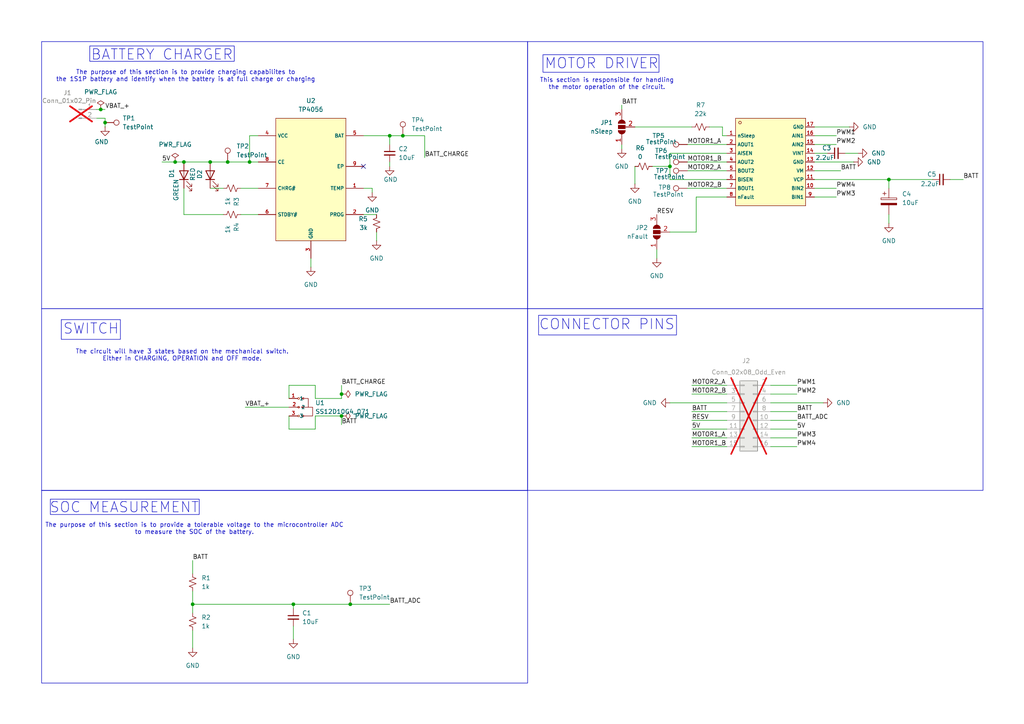
<source format=kicad_sch>
(kicad_sch
	(version 20231120)
	(generator "eeschema")
	(generator_version "8.0")
	(uuid "56216ff7-ac27-4b96-9107-82b68b24ac71")
	(paper "A4")
	(title_block
		(title "EEE3088F_POWER_SUBSYSTEM")
		(date "2024-03-23")
		(rev "V1.4")
		(company "University of Cape Town")
		(comment 1 "Uzayr Ally")
		(comment 2 "ALLUZA002")
	)
	(lib_symbols
		(symbol "Connector:Conn_01x02_Pin"
			(pin_names
				(offset 1.016) hide)
			(exclude_from_sim no)
			(in_bom yes)
			(on_board yes)
			(property "Reference" "J"
				(at 0 2.54 0)
				(effects
					(font
						(size 1.27 1.27)
					)
				)
			)
			(property "Value" "Conn_01x02_Pin"
				(at 0 -5.08 0)
				(effects
					(font
						(size 1.27 1.27)
					)
				)
			)
			(property "Footprint" ""
				(at 0 0 0)
				(effects
					(font
						(size 1.27 1.27)
					)
					(hide yes)
				)
			)
			(property "Datasheet" "~"
				(at 0 0 0)
				(effects
					(font
						(size 1.27 1.27)
					)
					(hide yes)
				)
			)
			(property "Description" "Generic connector, single row, 01x02, script generated"
				(at 0 0 0)
				(effects
					(font
						(size 1.27 1.27)
					)
					(hide yes)
				)
			)
			(property "ki_locked" ""
				(at 0 0 0)
				(effects
					(font
						(size 1.27 1.27)
					)
				)
			)
			(property "ki_keywords" "connector"
				(at 0 0 0)
				(effects
					(font
						(size 1.27 1.27)
					)
					(hide yes)
				)
			)
			(property "ki_fp_filters" "Connector*:*_1x??_*"
				(at 0 0 0)
				(effects
					(font
						(size 1.27 1.27)
					)
					(hide yes)
				)
			)
			(symbol "Conn_01x02_Pin_1_1"
				(polyline
					(pts
						(xy 1.27 -2.54) (xy 0.8636 -2.54)
					)
					(stroke
						(width 0.1524)
						(type default)
					)
					(fill
						(type none)
					)
				)
				(polyline
					(pts
						(xy 1.27 0) (xy 0.8636 0)
					)
					(stroke
						(width 0.1524)
						(type default)
					)
					(fill
						(type none)
					)
				)
				(rectangle
					(start 0.8636 -2.413)
					(end 0 -2.667)
					(stroke
						(width 0.1524)
						(type default)
					)
					(fill
						(type outline)
					)
				)
				(rectangle
					(start 0.8636 0.127)
					(end 0 -0.127)
					(stroke
						(width 0.1524)
						(type default)
					)
					(fill
						(type outline)
					)
				)
				(pin passive line
					(at 5.08 0 180)
					(length 3.81)
					(name "Pin_1"
						(effects
							(font
								(size 1.27 1.27)
							)
						)
					)
					(number "1"
						(effects
							(font
								(size 1.27 1.27)
							)
						)
					)
				)
				(pin passive line
					(at 5.08 -2.54 180)
					(length 3.81)
					(name "Pin_2"
						(effects
							(font
								(size 1.27 1.27)
							)
						)
					)
					(number "2"
						(effects
							(font
								(size 1.27 1.27)
							)
						)
					)
				)
			)
		)
		(symbol "Connector:TestPoint"
			(pin_numbers hide)
			(pin_names
				(offset 0.762) hide)
			(exclude_from_sim no)
			(in_bom yes)
			(on_board yes)
			(property "Reference" "TP"
				(at 0 6.858 0)
				(effects
					(font
						(size 1.27 1.27)
					)
				)
			)
			(property "Value" "TestPoint"
				(at 0 5.08 0)
				(effects
					(font
						(size 1.27 1.27)
					)
				)
			)
			(property "Footprint" ""
				(at 5.08 0 0)
				(effects
					(font
						(size 1.27 1.27)
					)
					(hide yes)
				)
			)
			(property "Datasheet" "~"
				(at 5.08 0 0)
				(effects
					(font
						(size 1.27 1.27)
					)
					(hide yes)
				)
			)
			(property "Description" "test point"
				(at 0 0 0)
				(effects
					(font
						(size 1.27 1.27)
					)
					(hide yes)
				)
			)
			(property "ki_keywords" "test point tp"
				(at 0 0 0)
				(effects
					(font
						(size 1.27 1.27)
					)
					(hide yes)
				)
			)
			(property "ki_fp_filters" "Pin* Test*"
				(at 0 0 0)
				(effects
					(font
						(size 1.27 1.27)
					)
					(hide yes)
				)
			)
			(symbol "TestPoint_0_1"
				(circle
					(center 0 3.302)
					(radius 0.762)
					(stroke
						(width 0)
						(type default)
					)
					(fill
						(type none)
					)
				)
			)
			(symbol "TestPoint_1_1"
				(pin passive line
					(at 0 0 90)
					(length 2.54)
					(name "1"
						(effects
							(font
								(size 1.27 1.27)
							)
						)
					)
					(number "1"
						(effects
							(font
								(size 1.27 1.27)
							)
						)
					)
				)
			)
		)
		(symbol "Connector_Generic:Conn_02x08_Odd_Even"
			(pin_names
				(offset 1.016) hide)
			(exclude_from_sim no)
			(in_bom yes)
			(on_board yes)
			(property "Reference" "J"
				(at 1.27 10.16 0)
				(effects
					(font
						(size 1.27 1.27)
					)
				)
			)
			(property "Value" "Conn_02x08_Odd_Even"
				(at 1.27 -12.7 0)
				(effects
					(font
						(size 1.27 1.27)
					)
				)
			)
			(property "Footprint" ""
				(at 0 0 0)
				(effects
					(font
						(size 1.27 1.27)
					)
					(hide yes)
				)
			)
			(property "Datasheet" "~"
				(at 0 0 0)
				(effects
					(font
						(size 1.27 1.27)
					)
					(hide yes)
				)
			)
			(property "Description" "Generic connector, double row, 02x08, odd/even pin numbering scheme (row 1 odd numbers, row 2 even numbers), script generated (kicad-library-utils/schlib/autogen/connector/)"
				(at 0 0 0)
				(effects
					(font
						(size 1.27 1.27)
					)
					(hide yes)
				)
			)
			(property "ki_keywords" "connector"
				(at 0 0 0)
				(effects
					(font
						(size 1.27 1.27)
					)
					(hide yes)
				)
			)
			(property "ki_fp_filters" "Connector*:*_2x??_*"
				(at 0 0 0)
				(effects
					(font
						(size 1.27 1.27)
					)
					(hide yes)
				)
			)
			(symbol "Conn_02x08_Odd_Even_1_1"
				(rectangle
					(start -1.27 -10.033)
					(end 0 -10.287)
					(stroke
						(width 0.1524)
						(type default)
					)
					(fill
						(type none)
					)
				)
				(rectangle
					(start -1.27 -7.493)
					(end 0 -7.747)
					(stroke
						(width 0.1524)
						(type default)
					)
					(fill
						(type none)
					)
				)
				(rectangle
					(start -1.27 -4.953)
					(end 0 -5.207)
					(stroke
						(width 0.1524)
						(type default)
					)
					(fill
						(type none)
					)
				)
				(rectangle
					(start -1.27 -2.413)
					(end 0 -2.667)
					(stroke
						(width 0.1524)
						(type default)
					)
					(fill
						(type none)
					)
				)
				(rectangle
					(start -1.27 0.127)
					(end 0 -0.127)
					(stroke
						(width 0.1524)
						(type default)
					)
					(fill
						(type none)
					)
				)
				(rectangle
					(start -1.27 2.667)
					(end 0 2.413)
					(stroke
						(width 0.1524)
						(type default)
					)
					(fill
						(type none)
					)
				)
				(rectangle
					(start -1.27 5.207)
					(end 0 4.953)
					(stroke
						(width 0.1524)
						(type default)
					)
					(fill
						(type none)
					)
				)
				(rectangle
					(start -1.27 7.747)
					(end 0 7.493)
					(stroke
						(width 0.1524)
						(type default)
					)
					(fill
						(type none)
					)
				)
				(rectangle
					(start -1.27 8.89)
					(end 3.81 -11.43)
					(stroke
						(width 0.254)
						(type default)
					)
					(fill
						(type background)
					)
				)
				(rectangle
					(start 3.81 -10.033)
					(end 2.54 -10.287)
					(stroke
						(width 0.1524)
						(type default)
					)
					(fill
						(type none)
					)
				)
				(rectangle
					(start 3.81 -7.493)
					(end 2.54 -7.747)
					(stroke
						(width 0.1524)
						(type default)
					)
					(fill
						(type none)
					)
				)
				(rectangle
					(start 3.81 -4.953)
					(end 2.54 -5.207)
					(stroke
						(width 0.1524)
						(type default)
					)
					(fill
						(type none)
					)
				)
				(rectangle
					(start 3.81 -2.413)
					(end 2.54 -2.667)
					(stroke
						(width 0.1524)
						(type default)
					)
					(fill
						(type none)
					)
				)
				(rectangle
					(start 3.81 0.127)
					(end 2.54 -0.127)
					(stroke
						(width 0.1524)
						(type default)
					)
					(fill
						(type none)
					)
				)
				(rectangle
					(start 3.81 2.667)
					(end 2.54 2.413)
					(stroke
						(width 0.1524)
						(type default)
					)
					(fill
						(type none)
					)
				)
				(rectangle
					(start 3.81 5.207)
					(end 2.54 4.953)
					(stroke
						(width 0.1524)
						(type default)
					)
					(fill
						(type none)
					)
				)
				(rectangle
					(start 3.81 7.747)
					(end 2.54 7.493)
					(stroke
						(width 0.1524)
						(type default)
					)
					(fill
						(type none)
					)
				)
				(pin passive line
					(at -5.08 7.62 0)
					(length 3.81)
					(name "Pin_1"
						(effects
							(font
								(size 1.27 1.27)
							)
						)
					)
					(number "1"
						(effects
							(font
								(size 1.27 1.27)
							)
						)
					)
				)
				(pin passive line
					(at 7.62 -2.54 180)
					(length 3.81)
					(name "Pin_10"
						(effects
							(font
								(size 1.27 1.27)
							)
						)
					)
					(number "10"
						(effects
							(font
								(size 1.27 1.27)
							)
						)
					)
				)
				(pin passive line
					(at -5.08 -5.08 0)
					(length 3.81)
					(name "Pin_11"
						(effects
							(font
								(size 1.27 1.27)
							)
						)
					)
					(number "11"
						(effects
							(font
								(size 1.27 1.27)
							)
						)
					)
				)
				(pin passive line
					(at 7.62 -5.08 180)
					(length 3.81)
					(name "Pin_12"
						(effects
							(font
								(size 1.27 1.27)
							)
						)
					)
					(number "12"
						(effects
							(font
								(size 1.27 1.27)
							)
						)
					)
				)
				(pin passive line
					(at -5.08 -7.62 0)
					(length 3.81)
					(name "Pin_13"
						(effects
							(font
								(size 1.27 1.27)
							)
						)
					)
					(number "13"
						(effects
							(font
								(size 1.27 1.27)
							)
						)
					)
				)
				(pin passive line
					(at 7.62 -7.62 180)
					(length 3.81)
					(name "Pin_14"
						(effects
							(font
								(size 1.27 1.27)
							)
						)
					)
					(number "14"
						(effects
							(font
								(size 1.27 1.27)
							)
						)
					)
				)
				(pin passive line
					(at -5.08 -10.16 0)
					(length 3.81)
					(name "Pin_15"
						(effects
							(font
								(size 1.27 1.27)
							)
						)
					)
					(number "15"
						(effects
							(font
								(size 1.27 1.27)
							)
						)
					)
				)
				(pin passive line
					(at 7.62 -10.16 180)
					(length 3.81)
					(name "Pin_16"
						(effects
							(font
								(size 1.27 1.27)
							)
						)
					)
					(number "16"
						(effects
							(font
								(size 1.27 1.27)
							)
						)
					)
				)
				(pin passive line
					(at 7.62 7.62 180)
					(length 3.81)
					(name "Pin_2"
						(effects
							(font
								(size 1.27 1.27)
							)
						)
					)
					(number "2"
						(effects
							(font
								(size 1.27 1.27)
							)
						)
					)
				)
				(pin passive line
					(at -5.08 5.08 0)
					(length 3.81)
					(name "Pin_3"
						(effects
							(font
								(size 1.27 1.27)
							)
						)
					)
					(number "3"
						(effects
							(font
								(size 1.27 1.27)
							)
						)
					)
				)
				(pin passive line
					(at 7.62 5.08 180)
					(length 3.81)
					(name "Pin_4"
						(effects
							(font
								(size 1.27 1.27)
							)
						)
					)
					(number "4"
						(effects
							(font
								(size 1.27 1.27)
							)
						)
					)
				)
				(pin passive line
					(at -5.08 2.54 0)
					(length 3.81)
					(name "Pin_5"
						(effects
							(font
								(size 1.27 1.27)
							)
						)
					)
					(number "5"
						(effects
							(font
								(size 1.27 1.27)
							)
						)
					)
				)
				(pin passive line
					(at 7.62 2.54 180)
					(length 3.81)
					(name "Pin_6"
						(effects
							(font
								(size 1.27 1.27)
							)
						)
					)
					(number "6"
						(effects
							(font
								(size 1.27 1.27)
							)
						)
					)
				)
				(pin passive line
					(at -5.08 0 0)
					(length 3.81)
					(name "Pin_7"
						(effects
							(font
								(size 1.27 1.27)
							)
						)
					)
					(number "7"
						(effects
							(font
								(size 1.27 1.27)
							)
						)
					)
				)
				(pin passive line
					(at 7.62 0 180)
					(length 3.81)
					(name "Pin_8"
						(effects
							(font
								(size 1.27 1.27)
							)
						)
					)
					(number "8"
						(effects
							(font
								(size 1.27 1.27)
							)
						)
					)
				)
				(pin passive line
					(at -5.08 -2.54 0)
					(length 3.81)
					(name "Pin_9"
						(effects
							(font
								(size 1.27 1.27)
							)
						)
					)
					(number "9"
						(effects
							(font
								(size 1.27 1.27)
							)
						)
					)
				)
			)
		)
		(symbol "DRV8833PWP:DRV8833PWP"
			(exclude_from_sim no)
			(in_bom yes)
			(on_board yes)
			(property "Reference" "U"
				(at 0 1.27 0)
				(effects
					(font
						(size 1.27 1.27)
					)
				)
			)
			(property "Value" "DRV8833PWP"
				(at 0 -2.54 0)
				(effects
					(font
						(size 1.27 1.27)
					)
				)
			)
			(property "Footprint" "footprint:TSSOP-16_L5.0-W4.4-P0.65-LS6.4-BL-EP"
				(at 0 -10.16 0)
				(effects
					(font
						(size 1.27 1.27)
						(italic yes)
					)
					(hide yes)
				)
			)
			(property "Datasheet" "https://item.szlcsc.com/109073.html"
				(at -2.286 0.127 0)
				(effects
					(font
						(size 1.27 1.27)
					)
					(justify left)
					(hide yes)
				)
			)
			(property "Description" ""
				(at 0 0 0)
				(effects
					(font
						(size 1.27 1.27)
					)
					(hide yes)
				)
			)
			(property "LCSC" "C50506"
				(at 0 0 0)
				(effects
					(font
						(size 1.27 1.27)
					)
					(hide yes)
				)
			)
			(property "ki_keywords" "C50506"
				(at 0 0 0)
				(effects
					(font
						(size 1.27 1.27)
					)
					(hide yes)
				)
			)
			(symbol "DRV8833PWP_0_1"
				(rectangle
					(start -10.16 12.7)
					(end 10.16 -12.7)
					(stroke
						(width 0)
						(type default)
					)
					(fill
						(type background)
					)
				)
				(circle
					(center -8.89 11.43)
					(radius 0.381)
					(stroke
						(width 0)
						(type default)
					)
					(fill
						(type background)
					)
				)
				(pin unspecified line
					(at -12.7 7.62 0)
					(length 2.54)
					(name "nSleep"
						(effects
							(font
								(size 1 1)
							)
						)
					)
					(number "1"
						(effects
							(font
								(size 1 1)
							)
						)
					)
				)
				(pin unspecified line
					(at 12.7 -7.62 180)
					(length 2.54)
					(name "BIN2"
						(effects
							(font
								(size 1 1)
							)
						)
					)
					(number "10"
						(effects
							(font
								(size 1 1)
							)
						)
					)
				)
				(pin unspecified line
					(at 12.7 -5.08 180)
					(length 2.54)
					(name "VCP"
						(effects
							(font
								(size 1 1)
							)
						)
					)
					(number "11"
						(effects
							(font
								(size 1 1)
							)
						)
					)
				)
				(pin unspecified line
					(at 12.7 -2.54 180)
					(length 2.54)
					(name "VM"
						(effects
							(font
								(size 1 1)
							)
						)
					)
					(number "12"
						(effects
							(font
								(size 1 1)
							)
						)
					)
				)
				(pin unspecified line
					(at 12.7 0 180)
					(length 2.54)
					(name "GND"
						(effects
							(font
								(size 1 1)
							)
						)
					)
					(number "13"
						(effects
							(font
								(size 1 1)
							)
						)
					)
				)
				(pin unspecified line
					(at 12.7 2.54 180)
					(length 2.54)
					(name "VINT"
						(effects
							(font
								(size 1 1)
							)
						)
					)
					(number "14"
						(effects
							(font
								(size 1 1)
							)
						)
					)
				)
				(pin unspecified line
					(at 12.7 5.08 180)
					(length 2.54)
					(name "AIN2"
						(effects
							(font
								(size 1 1)
							)
						)
					)
					(number "15"
						(effects
							(font
								(size 1 1)
							)
						)
					)
				)
				(pin unspecified line
					(at 12.7 7.62 180)
					(length 2.54)
					(name "AIN1"
						(effects
							(font
								(size 1 1)
							)
						)
					)
					(number "16"
						(effects
							(font
								(size 1 1)
							)
						)
					)
				)
				(pin unspecified line
					(at 12.7 10.16 180)
					(length 2.54)
					(name "GND"
						(effects
							(font
								(size 1 1)
							)
						)
					)
					(number "17"
						(effects
							(font
								(size 1 1)
							)
						)
					)
				)
				(pin unspecified line
					(at -12.7 5.08 0)
					(length 2.54)
					(name "AOUT1"
						(effects
							(font
								(size 1 1)
							)
						)
					)
					(number "2"
						(effects
							(font
								(size 1 1)
							)
						)
					)
				)
				(pin unspecified line
					(at -12.7 2.54 0)
					(length 2.54)
					(name "AISEN"
						(effects
							(font
								(size 1 1)
							)
						)
					)
					(number "3"
						(effects
							(font
								(size 1 1)
							)
						)
					)
				)
				(pin unspecified line
					(at -12.7 0 0)
					(length 2.54)
					(name "AOUT2"
						(effects
							(font
								(size 1 1)
							)
						)
					)
					(number "4"
						(effects
							(font
								(size 1 1)
							)
						)
					)
				)
				(pin unspecified line
					(at -12.7 -2.54 0)
					(length 2.54)
					(name "BOUT2"
						(effects
							(font
								(size 1 1)
							)
						)
					)
					(number "5"
						(effects
							(font
								(size 1 1)
							)
						)
					)
				)
				(pin unspecified line
					(at -12.7 -5.08 0)
					(length 2.54)
					(name "BISEN"
						(effects
							(font
								(size 1 1)
							)
						)
					)
					(number "6"
						(effects
							(font
								(size 1 1)
							)
						)
					)
				)
				(pin unspecified line
					(at -12.7 -7.62 0)
					(length 2.54)
					(name "BOUT1"
						(effects
							(font
								(size 1 1)
							)
						)
					)
					(number "7"
						(effects
							(font
								(size 1 1)
							)
						)
					)
				)
				(pin unspecified line
					(at -12.7 -10.16 0)
					(length 2.54)
					(name "nFault"
						(effects
							(font
								(size 1 1)
							)
						)
					)
					(number "8"
						(effects
							(font
								(size 1 1)
							)
						)
					)
				)
				(pin unspecified line
					(at 12.7 -10.16 180)
					(length 2.54)
					(name "BIN1"
						(effects
							(font
								(size 1 1)
							)
						)
					)
					(number "9"
						(effects
							(font
								(size 1 1)
							)
						)
					)
				)
			)
		)
		(symbol "Device:C_Polarized"
			(pin_numbers hide)
			(pin_names
				(offset 0.254)
			)
			(exclude_from_sim no)
			(in_bom yes)
			(on_board yes)
			(property "Reference" "C"
				(at 0.635 2.54 0)
				(effects
					(font
						(size 1.27 1.27)
					)
					(justify left)
				)
			)
			(property "Value" "C_Polarized"
				(at 0.635 -2.54 0)
				(effects
					(font
						(size 1.27 1.27)
					)
					(justify left)
				)
			)
			(property "Footprint" ""
				(at 0.9652 -3.81 0)
				(effects
					(font
						(size 1.27 1.27)
					)
					(hide yes)
				)
			)
			(property "Datasheet" "~"
				(at 0 0 0)
				(effects
					(font
						(size 1.27 1.27)
					)
					(hide yes)
				)
			)
			(property "Description" "Polarized capacitor"
				(at 0 0 0)
				(effects
					(font
						(size 1.27 1.27)
					)
					(hide yes)
				)
			)
			(property "ki_keywords" "cap capacitor"
				(at 0 0 0)
				(effects
					(font
						(size 1.27 1.27)
					)
					(hide yes)
				)
			)
			(property "ki_fp_filters" "CP_*"
				(at 0 0 0)
				(effects
					(font
						(size 1.27 1.27)
					)
					(hide yes)
				)
			)
			(symbol "C_Polarized_0_1"
				(rectangle
					(start -2.286 0.508)
					(end 2.286 1.016)
					(stroke
						(width 0)
						(type default)
					)
					(fill
						(type none)
					)
				)
				(polyline
					(pts
						(xy -1.778 2.286) (xy -0.762 2.286)
					)
					(stroke
						(width 0)
						(type default)
					)
					(fill
						(type none)
					)
				)
				(polyline
					(pts
						(xy -1.27 2.794) (xy -1.27 1.778)
					)
					(stroke
						(width 0)
						(type default)
					)
					(fill
						(type none)
					)
				)
				(rectangle
					(start 2.286 -0.508)
					(end -2.286 -1.016)
					(stroke
						(width 0)
						(type default)
					)
					(fill
						(type outline)
					)
				)
			)
			(symbol "C_Polarized_1_1"
				(pin passive line
					(at 0 3.81 270)
					(length 2.794)
					(name "~"
						(effects
							(font
								(size 1.27 1.27)
							)
						)
					)
					(number "1"
						(effects
							(font
								(size 1.27 1.27)
							)
						)
					)
				)
				(pin passive line
					(at 0 -3.81 90)
					(length 2.794)
					(name "~"
						(effects
							(font
								(size 1.27 1.27)
							)
						)
					)
					(number "2"
						(effects
							(font
								(size 1.27 1.27)
							)
						)
					)
				)
			)
		)
		(symbol "Device:C_Small"
			(pin_numbers hide)
			(pin_names
				(offset 0.254) hide)
			(exclude_from_sim no)
			(in_bom yes)
			(on_board yes)
			(property "Reference" "C"
				(at 0.254 1.778 0)
				(effects
					(font
						(size 1.27 1.27)
					)
					(justify left)
				)
			)
			(property "Value" "C_Small"
				(at 0.254 -2.032 0)
				(effects
					(font
						(size 1.27 1.27)
					)
					(justify left)
				)
			)
			(property "Footprint" ""
				(at 0 0 0)
				(effects
					(font
						(size 1.27 1.27)
					)
					(hide yes)
				)
			)
			(property "Datasheet" "~"
				(at 0 0 0)
				(effects
					(font
						(size 1.27 1.27)
					)
					(hide yes)
				)
			)
			(property "Description" "Unpolarized capacitor, small symbol"
				(at 0 0 0)
				(effects
					(font
						(size 1.27 1.27)
					)
					(hide yes)
				)
			)
			(property "ki_keywords" "capacitor cap"
				(at 0 0 0)
				(effects
					(font
						(size 1.27 1.27)
					)
					(hide yes)
				)
			)
			(property "ki_fp_filters" "C_*"
				(at 0 0 0)
				(effects
					(font
						(size 1.27 1.27)
					)
					(hide yes)
				)
			)
			(symbol "C_Small_0_1"
				(polyline
					(pts
						(xy -1.524 -0.508) (xy 1.524 -0.508)
					)
					(stroke
						(width 0.3302)
						(type default)
					)
					(fill
						(type none)
					)
				)
				(polyline
					(pts
						(xy -1.524 0.508) (xy 1.524 0.508)
					)
					(stroke
						(width 0.3048)
						(type default)
					)
					(fill
						(type none)
					)
				)
			)
			(symbol "C_Small_1_1"
				(pin passive line
					(at 0 2.54 270)
					(length 2.032)
					(name "~"
						(effects
							(font
								(size 1.27 1.27)
							)
						)
					)
					(number "1"
						(effects
							(font
								(size 1.27 1.27)
							)
						)
					)
				)
				(pin passive line
					(at 0 -2.54 90)
					(length 2.032)
					(name "~"
						(effects
							(font
								(size 1.27 1.27)
							)
						)
					)
					(number "2"
						(effects
							(font
								(size 1.27 1.27)
							)
						)
					)
				)
			)
		)
		(symbol "Device:LED"
			(pin_numbers hide)
			(pin_names
				(offset 1.016) hide)
			(exclude_from_sim no)
			(in_bom yes)
			(on_board yes)
			(property "Reference" "D"
				(at 0 2.54 0)
				(effects
					(font
						(size 1.27 1.27)
					)
				)
			)
			(property "Value" "LED"
				(at 0 -2.54 0)
				(effects
					(font
						(size 1.27 1.27)
					)
				)
			)
			(property "Footprint" ""
				(at 0 0 0)
				(effects
					(font
						(size 1.27 1.27)
					)
					(hide yes)
				)
			)
			(property "Datasheet" "~"
				(at 0 0 0)
				(effects
					(font
						(size 1.27 1.27)
					)
					(hide yes)
				)
			)
			(property "Description" "Light emitting diode"
				(at 0 0 0)
				(effects
					(font
						(size 1.27 1.27)
					)
					(hide yes)
				)
			)
			(property "ki_keywords" "LED diode"
				(at 0 0 0)
				(effects
					(font
						(size 1.27 1.27)
					)
					(hide yes)
				)
			)
			(property "ki_fp_filters" "LED* LED_SMD:* LED_THT:*"
				(at 0 0 0)
				(effects
					(font
						(size 1.27 1.27)
					)
					(hide yes)
				)
			)
			(symbol "LED_0_1"
				(polyline
					(pts
						(xy -1.27 -1.27) (xy -1.27 1.27)
					)
					(stroke
						(width 0.254)
						(type default)
					)
					(fill
						(type none)
					)
				)
				(polyline
					(pts
						(xy -1.27 0) (xy 1.27 0)
					)
					(stroke
						(width 0)
						(type default)
					)
					(fill
						(type none)
					)
				)
				(polyline
					(pts
						(xy 1.27 -1.27) (xy 1.27 1.27) (xy -1.27 0) (xy 1.27 -1.27)
					)
					(stroke
						(width 0.254)
						(type default)
					)
					(fill
						(type none)
					)
				)
				(polyline
					(pts
						(xy -3.048 -0.762) (xy -4.572 -2.286) (xy -3.81 -2.286) (xy -4.572 -2.286) (xy -4.572 -1.524)
					)
					(stroke
						(width 0)
						(type default)
					)
					(fill
						(type none)
					)
				)
				(polyline
					(pts
						(xy -1.778 -0.762) (xy -3.302 -2.286) (xy -2.54 -2.286) (xy -3.302 -2.286) (xy -3.302 -1.524)
					)
					(stroke
						(width 0)
						(type default)
					)
					(fill
						(type none)
					)
				)
			)
			(symbol "LED_1_1"
				(pin passive line
					(at -3.81 0 0)
					(length 2.54)
					(name "K"
						(effects
							(font
								(size 1.27 1.27)
							)
						)
					)
					(number "1"
						(effects
							(font
								(size 1.27 1.27)
							)
						)
					)
				)
				(pin passive line
					(at 3.81 0 180)
					(length 2.54)
					(name "A"
						(effects
							(font
								(size 1.27 1.27)
							)
						)
					)
					(number "2"
						(effects
							(font
								(size 1.27 1.27)
							)
						)
					)
				)
			)
		)
		(symbol "Device:R_Small_US"
			(pin_numbers hide)
			(pin_names
				(offset 0.254) hide)
			(exclude_from_sim no)
			(in_bom yes)
			(on_board yes)
			(property "Reference" "R"
				(at 0.762 0.508 0)
				(effects
					(font
						(size 1.27 1.27)
					)
					(justify left)
				)
			)
			(property "Value" "R_Small_US"
				(at 0.762 -1.016 0)
				(effects
					(font
						(size 1.27 1.27)
					)
					(justify left)
				)
			)
			(property "Footprint" ""
				(at 0 0 0)
				(effects
					(font
						(size 1.27 1.27)
					)
					(hide yes)
				)
			)
			(property "Datasheet" "~"
				(at 0 0 0)
				(effects
					(font
						(size 1.27 1.27)
					)
					(hide yes)
				)
			)
			(property "Description" "Resistor, small US symbol"
				(at 0 0 0)
				(effects
					(font
						(size 1.27 1.27)
					)
					(hide yes)
				)
			)
			(property "ki_keywords" "r resistor"
				(at 0 0 0)
				(effects
					(font
						(size 1.27 1.27)
					)
					(hide yes)
				)
			)
			(property "ki_fp_filters" "R_*"
				(at 0 0 0)
				(effects
					(font
						(size 1.27 1.27)
					)
					(hide yes)
				)
			)
			(symbol "R_Small_US_1_1"
				(polyline
					(pts
						(xy 0 0) (xy 1.016 -0.381) (xy 0 -0.762) (xy -1.016 -1.143) (xy 0 -1.524)
					)
					(stroke
						(width 0)
						(type default)
					)
					(fill
						(type none)
					)
				)
				(polyline
					(pts
						(xy 0 1.524) (xy 1.016 1.143) (xy 0 0.762) (xy -1.016 0.381) (xy 0 0)
					)
					(stroke
						(width 0)
						(type default)
					)
					(fill
						(type none)
					)
				)
				(pin passive line
					(at 0 2.54 270)
					(length 1.016)
					(name "~"
						(effects
							(font
								(size 1.27 1.27)
							)
						)
					)
					(number "1"
						(effects
							(font
								(size 1.27 1.27)
							)
						)
					)
				)
				(pin passive line
					(at 0 -2.54 90)
					(length 1.016)
					(name "~"
						(effects
							(font
								(size 1.27 1.27)
							)
						)
					)
					(number "2"
						(effects
							(font
								(size 1.27 1.27)
							)
						)
					)
				)
			)
		)
		(symbol "Jumper:SolderJumper_3_Open"
			(pin_names
				(offset 0) hide)
			(exclude_from_sim yes)
			(in_bom no)
			(on_board yes)
			(property "Reference" "JP"
				(at -2.54 -2.54 0)
				(effects
					(font
						(size 1.27 1.27)
					)
				)
			)
			(property "Value" "SolderJumper_3_Open"
				(at 0 2.794 0)
				(effects
					(font
						(size 1.27 1.27)
					)
				)
			)
			(property "Footprint" ""
				(at 0 0 0)
				(effects
					(font
						(size 1.27 1.27)
					)
					(hide yes)
				)
			)
			(property "Datasheet" "~"
				(at 0 0 0)
				(effects
					(font
						(size 1.27 1.27)
					)
					(hide yes)
				)
			)
			(property "Description" "Solder Jumper, 3-pole, open"
				(at 0 0 0)
				(effects
					(font
						(size 1.27 1.27)
					)
					(hide yes)
				)
			)
			(property "ki_keywords" "Solder Jumper SPDT"
				(at 0 0 0)
				(effects
					(font
						(size 1.27 1.27)
					)
					(hide yes)
				)
			)
			(property "ki_fp_filters" "SolderJumper*Open*"
				(at 0 0 0)
				(effects
					(font
						(size 1.27 1.27)
					)
					(hide yes)
				)
			)
			(symbol "SolderJumper_3_Open_0_1"
				(arc
					(start -1.016 1.016)
					(mid -2.0276 0)
					(end -1.016 -1.016)
					(stroke
						(width 0)
						(type default)
					)
					(fill
						(type none)
					)
				)
				(arc
					(start -1.016 1.016)
					(mid -2.0276 0)
					(end -1.016 -1.016)
					(stroke
						(width 0)
						(type default)
					)
					(fill
						(type outline)
					)
				)
				(rectangle
					(start -0.508 1.016)
					(end 0.508 -1.016)
					(stroke
						(width 0)
						(type default)
					)
					(fill
						(type outline)
					)
				)
				(polyline
					(pts
						(xy -2.54 0) (xy -2.032 0)
					)
					(stroke
						(width 0)
						(type default)
					)
					(fill
						(type none)
					)
				)
				(polyline
					(pts
						(xy -1.016 1.016) (xy -1.016 -1.016)
					)
					(stroke
						(width 0)
						(type default)
					)
					(fill
						(type none)
					)
				)
				(polyline
					(pts
						(xy 0 -1.27) (xy 0 -1.016)
					)
					(stroke
						(width 0)
						(type default)
					)
					(fill
						(type none)
					)
				)
				(polyline
					(pts
						(xy 1.016 1.016) (xy 1.016 -1.016)
					)
					(stroke
						(width 0)
						(type default)
					)
					(fill
						(type none)
					)
				)
				(polyline
					(pts
						(xy 2.54 0) (xy 2.032 0)
					)
					(stroke
						(width 0)
						(type default)
					)
					(fill
						(type none)
					)
				)
				(arc
					(start 1.016 -1.016)
					(mid 2.0276 0)
					(end 1.016 1.016)
					(stroke
						(width 0)
						(type default)
					)
					(fill
						(type none)
					)
				)
				(arc
					(start 1.016 -1.016)
					(mid 2.0276 0)
					(end 1.016 1.016)
					(stroke
						(width 0)
						(type default)
					)
					(fill
						(type outline)
					)
				)
			)
			(symbol "SolderJumper_3_Open_1_1"
				(pin passive line
					(at -5.08 0 0)
					(length 2.54)
					(name "A"
						(effects
							(font
								(size 1.27 1.27)
							)
						)
					)
					(number "1"
						(effects
							(font
								(size 1.27 1.27)
							)
						)
					)
				)
				(pin passive line
					(at 0 -3.81 90)
					(length 2.54)
					(name "C"
						(effects
							(font
								(size 1.27 1.27)
							)
						)
					)
					(number "2"
						(effects
							(font
								(size 1.27 1.27)
							)
						)
					)
				)
				(pin passive line
					(at 5.08 0 180)
					(length 2.54)
					(name "B"
						(effects
							(font
								(size 1.27 1.27)
							)
						)
					)
					(number "3"
						(effects
							(font
								(size 1.27 1.27)
							)
						)
					)
				)
			)
		)
		(symbol "SS12D10G4_071:SS12D10G4_071"
			(exclude_from_sim no)
			(in_bom yes)
			(on_board yes)
			(property "Reference" "U"
				(at 0 1.27 0)
				(effects
					(font
						(size 1.27 1.27)
					)
				)
			)
			(property "Value" "SS12D10G4_071"
				(at 0 -2.54 0)
				(effects
					(font
						(size 1.27 1.27)
					)
				)
			)
			(property "Footprint" "footprint:SW-TH_SHOU-HAN_SS12D10G4"
				(at 0 -10.16 0)
				(effects
					(font
						(size 1.27 1.27)
						(italic yes)
					)
					(hide yes)
				)
			)
			(property "Datasheet" "https://atta.szlcsc.com/upload/public/pdf/source/20210820/80D1704BBF3FCEE0435FCAA54C61E0A3.pdf"
				(at -2.286 0.127 0)
				(effects
					(font
						(size 1.27 1.27)
					)
					(justify left)
					(hide yes)
				)
			)
			(property "Description" ""
				(at 0 0 0)
				(effects
					(font
						(size 1.27 1.27)
					)
					(hide yes)
				)
			)
			(property "LCSC" "C2887259"
				(at 0 0 0)
				(effects
					(font
						(size 1.27 1.27)
					)
					(hide yes)
				)
			)
			(property "ki_keywords" "C2887259"
				(at 0 0 0)
				(effects
					(font
						(size 1.27 1.27)
					)
					(hide yes)
				)
			)
			(symbol "SS12D10G4_071_0_1"
				(circle
					(center -2.54 0.254)
					(radius 0.254)
					(stroke
						(width 0)
						(type default)
					)
					(fill
						(type background)
					)
				)
				(polyline
					(pts
						(xy -2.54 1.016) (xy -2.794 1.778)
					)
					(stroke
						(width 0)
						(type default)
					)
					(fill
						(type none)
					)
				)
				(polyline
					(pts
						(xy -2.54 1.016) (xy -2.286 1.778)
					)
					(stroke
						(width 0)
						(type default)
					)
					(fill
						(type none)
					)
				)
				(polyline
					(pts
						(xy 0 1.016) (xy -0.254 1.778)
					)
					(stroke
						(width 0)
						(type default)
					)
					(fill
						(type none)
					)
				)
				(polyline
					(pts
						(xy 0 1.016) (xy 0.254 1.778)
					)
					(stroke
						(width 0)
						(type default)
					)
					(fill
						(type none)
					)
				)
				(polyline
					(pts
						(xy 2.54 1.016) (xy 2.286 1.778)
					)
					(stroke
						(width 0)
						(type default)
					)
					(fill
						(type none)
					)
				)
				(polyline
					(pts
						(xy 2.54 1.016) (xy 2.794 1.778)
					)
					(stroke
						(width 0)
						(type default)
					)
					(fill
						(type none)
					)
				)
				(polyline
					(pts
						(xy -2.54 1.016) (xy -2.54 3.048) (xy 0 3.048) (xy 0 1.016)
					)
					(stroke
						(width 0)
						(type default)
					)
					(fill
						(type none)
					)
				)
				(polyline
					(pts
						(xy 2.54 1.27) (xy 2.54 4.318) (xy 0 4.318) (xy 0 3.048)
					)
					(stroke
						(width 0)
						(type default)
					)
					(fill
						(type none)
					)
				)
				(circle
					(center 0 0.254)
					(radius 0.254)
					(stroke
						(width 0)
						(type default)
					)
					(fill
						(type background)
					)
				)
				(circle
					(center 2.54 0.254)
					(radius 0.254)
					(stroke
						(width 0)
						(type default)
					)
					(fill
						(type background)
					)
				)
				(pin unspecified line
					(at -2.54 -2.54 90)
					(length 2.54)
					(name "1"
						(effects
							(font
								(size 1 1)
							)
						)
					)
					(number "1"
						(effects
							(font
								(size 1 1)
							)
						)
					)
				)
				(pin unspecified line
					(at 0 -2.54 90)
					(length 3.048)
					(name "2"
						(effects
							(font
								(size 1 1)
							)
						)
					)
					(number "2"
						(effects
							(font
								(size 1 1)
							)
						)
					)
				)
				(pin unspecified line
					(at 2.54 -2.54 90)
					(length 2.54)
					(name "3"
						(effects
							(font
								(size 1 1)
							)
						)
					)
					(number "3"
						(effects
							(font
								(size 1 1)
							)
						)
					)
				)
			)
		)
		(symbol "TP4056New:TP4056"
			(exclude_from_sim no)
			(in_bom yes)
			(on_board yes)
			(property "Reference" "U"
				(at 0 1.27 0)
				(effects
					(font
						(size 1.27 1.27)
					)
				)
			)
			(property "Value" "TP4056"
				(at 0 -2.54 0)
				(effects
					(font
						(size 1.27 1.27)
					)
				)
			)
			(property "Footprint" "footprint:ESOP-8_L4.9-W3.9-P1.27-LS6.0-BL-EP"
				(at 0 -10.16 0)
				(effects
					(font
						(size 1.27 1.27)
						(italic yes)
					)
					(hide yes)
				)
			)
			(property "Datasheet" "https://www.mornsun.cn/html/pdf/SCM1501B.html"
				(at -2.286 0.127 0)
				(effects
					(font
						(size 1.27 1.27)
					)
					(justify left)
					(hide yes)
				)
			)
			(property "Description" ""
				(at 0 0 0)
				(effects
					(font
						(size 1.27 1.27)
					)
					(hide yes)
				)
			)
			(property "LCSC" "C16581"
				(at 0 0 0)
				(effects
					(font
						(size 1.27 1.27)
					)
					(hide yes)
				)
			)
			(property "ki_keywords" "C16581"
				(at 0 0 0)
				(effects
					(font
						(size 1.27 1.27)
					)
					(hide yes)
				)
			)
			(symbol "TP4056_0_1"
				(rectangle
					(start -10.16 20.32)
					(end 10.16 -15.24)
					(stroke
						(width 0)
						(type default)
					)
					(fill
						(type background)
					)
				)
				(pin unspecified line
					(at 15.24 0 180)
					(length 5.08)
					(name "TEMP"
						(effects
							(font
								(size 1 1)
							)
						)
					)
					(number "1"
						(effects
							(font
								(size 1 1)
							)
						)
					)
				)
				(pin unspecified line
					(at 15.24 -7.62 180)
					(length 5.08)
					(name "PROG"
						(effects
							(font
								(size 1 1)
							)
						)
					)
					(number "2"
						(effects
							(font
								(size 1 1)
							)
						)
					)
				)
				(pin unspecified line
					(at 0 -20.32 90)
					(length 5.08)
					(name "GND"
						(effects
							(font
								(size 1 1)
							)
						)
					)
					(number "3"
						(effects
							(font
								(size 1 1)
							)
						)
					)
				)
				(pin unspecified line
					(at -15.24 15.24 0)
					(length 5.08)
					(name "VCC"
						(effects
							(font
								(size 1 1)
							)
						)
					)
					(number "4"
						(effects
							(font
								(size 1 1)
							)
						)
					)
				)
				(pin unspecified line
					(at 15.24 15.24 180)
					(length 5.08)
					(name "BAT"
						(effects
							(font
								(size 1 1)
							)
						)
					)
					(number "5"
						(effects
							(font
								(size 1 1)
							)
						)
					)
				)
				(pin unspecified line
					(at -15.24 -7.62 0)
					(length 5.08)
					(name "STDBY#"
						(effects
							(font
								(size 1 1)
							)
						)
					)
					(number "6"
						(effects
							(font
								(size 1 1)
							)
						)
					)
				)
				(pin unspecified line
					(at -15.24 0 0)
					(length 5.08)
					(name "CHRG#"
						(effects
							(font
								(size 1 1)
							)
						)
					)
					(number "7"
						(effects
							(font
								(size 1 1)
							)
						)
					)
				)
				(pin unspecified line
					(at -15.24 7.62 0)
					(length 5.08)
					(name "CE"
						(effects
							(font
								(size 1 1)
							)
						)
					)
					(number "8"
						(effects
							(font
								(size 1 1)
							)
						)
					)
				)
				(pin unspecified line
					(at 15.24 6.35 180)
					(length 5.08)
					(name "EP"
						(effects
							(font
								(size 1 1)
							)
						)
					)
					(number "9"
						(effects
							(font
								(size 1 1)
							)
						)
					)
				)
			)
		)
		(symbol "power:GND"
			(power)
			(pin_numbers hide)
			(pin_names
				(offset 0) hide)
			(exclude_from_sim no)
			(in_bom yes)
			(on_board yes)
			(property "Reference" "#PWR"
				(at 0 -6.35 0)
				(effects
					(font
						(size 1.27 1.27)
					)
					(hide yes)
				)
			)
			(property "Value" "GND"
				(at 0 -3.81 0)
				(effects
					(font
						(size 1.27 1.27)
					)
				)
			)
			(property "Footprint" ""
				(at 0 0 0)
				(effects
					(font
						(size 1.27 1.27)
					)
					(hide yes)
				)
			)
			(property "Datasheet" ""
				(at 0 0 0)
				(effects
					(font
						(size 1.27 1.27)
					)
					(hide yes)
				)
			)
			(property "Description" "Power symbol creates a global label with name \"GND\" , ground"
				(at 0 0 0)
				(effects
					(font
						(size 1.27 1.27)
					)
					(hide yes)
				)
			)
			(property "ki_keywords" "global power"
				(at 0 0 0)
				(effects
					(font
						(size 1.27 1.27)
					)
					(hide yes)
				)
			)
			(symbol "GND_0_1"
				(polyline
					(pts
						(xy 0 0) (xy 0 -1.27) (xy 1.27 -1.27) (xy 0 -2.54) (xy -1.27 -1.27) (xy 0 -1.27)
					)
					(stroke
						(width 0)
						(type default)
					)
					(fill
						(type none)
					)
				)
			)
			(symbol "GND_1_1"
				(pin power_in line
					(at 0 0 270)
					(length 0)
					(name "~"
						(effects
							(font
								(size 1.27 1.27)
							)
						)
					)
					(number "1"
						(effects
							(font
								(size 1.27 1.27)
							)
						)
					)
				)
			)
		)
		(symbol "power:PWR_FLAG"
			(power)
			(pin_numbers hide)
			(pin_names
				(offset 0) hide)
			(exclude_from_sim no)
			(in_bom yes)
			(on_board yes)
			(property "Reference" "#FLG"
				(at 0 1.905 0)
				(effects
					(font
						(size 1.27 1.27)
					)
					(hide yes)
				)
			)
			(property "Value" "PWR_FLAG"
				(at 0 3.81 0)
				(effects
					(font
						(size 1.27 1.27)
					)
				)
			)
			(property "Footprint" ""
				(at 0 0 0)
				(effects
					(font
						(size 1.27 1.27)
					)
					(hide yes)
				)
			)
			(property "Datasheet" "~"
				(at 0 0 0)
				(effects
					(font
						(size 1.27 1.27)
					)
					(hide yes)
				)
			)
			(property "Description" "Special symbol for telling ERC where power comes from"
				(at 0 0 0)
				(effects
					(font
						(size 1.27 1.27)
					)
					(hide yes)
				)
			)
			(property "ki_keywords" "flag power"
				(at 0 0 0)
				(effects
					(font
						(size 1.27 1.27)
					)
					(hide yes)
				)
			)
			(symbol "PWR_FLAG_0_0"
				(pin power_out line
					(at 0 0 90)
					(length 0)
					(name "~"
						(effects
							(font
								(size 1.27 1.27)
							)
						)
					)
					(number "1"
						(effects
							(font
								(size 1.27 1.27)
							)
						)
					)
				)
			)
			(symbol "PWR_FLAG_0_1"
				(polyline
					(pts
						(xy 0 0) (xy 0 1.27) (xy -1.016 1.905) (xy 0 2.54) (xy 1.016 1.905) (xy 0 1.27)
					)
					(stroke
						(width 0)
						(type default)
					)
					(fill
						(type none)
					)
				)
			)
		)
	)
	(junction
		(at 53.34 46.99)
		(diameter 0)
		(color 0 0 0 0)
		(uuid "006ad652-b020-472c-b94b-261e46e84dfd")
	)
	(junction
		(at 50.8 46.99)
		(diameter 0)
		(color 0 0 0 0)
		(uuid "024f035f-50af-4575-8fcb-180f0211d477")
	)
	(junction
		(at 99.06 114.3)
		(diameter 0)
		(color 0 0 0 0)
		(uuid "101b055c-64dd-4710-a753-4d7c54e39009")
	)
	(junction
		(at 72.39 46.99)
		(diameter 0)
		(color 0 0 0 0)
		(uuid "11280cea-70ce-4e77-a588-1ab08dd58fa5")
	)
	(junction
		(at 30.48 35.56)
		(diameter 0)
		(color 0 0 0 0)
		(uuid "1c216637-b15b-4287-8b2d-db3d99a011e5")
	)
	(junction
		(at 113.03 39.37)
		(diameter 0)
		(color 0 0 0 0)
		(uuid "27cc8abe-ba18-4043-80b1-625eff043f04")
	)
	(junction
		(at 101.6 175.26)
		(diameter 0)
		(color 0 0 0 0)
		(uuid "43e9e8e1-8c78-4e9a-8a43-419345dfd1d4")
	)
	(junction
		(at 66.04 46.99)
		(diameter 0)
		(color 0 0 0 0)
		(uuid "44c6f18d-9dc5-4eef-8c3d-627f40e41d27")
	)
	(junction
		(at 116.84 39.37)
		(diameter 0)
		(color 0 0 0 0)
		(uuid "50ffbda5-f90a-4ddc-b9a3-353c1a007638")
	)
	(junction
		(at 60.96 46.99)
		(diameter 0)
		(color 0 0 0 0)
		(uuid "6526a126-49eb-4446-9a09-efbc31a70a70")
	)
	(junction
		(at 99.06 120.65)
		(diameter 0)
		(color 0 0 0 0)
		(uuid "6da77e49-ccf9-4105-b7bd-2ea93d375439")
	)
	(junction
		(at 257.81 52.07)
		(diameter 0)
		(color 0 0 0 0)
		(uuid "86cd930f-6efa-4d23-954b-1bcc7b347c85")
	)
	(junction
		(at 55.88 175.26)
		(diameter 0)
		(color 0 0 0 0)
		(uuid "9db29b2e-6c58-43c4-adf0-936ad284b793")
	)
	(junction
		(at 85.09 175.26)
		(diameter 0)
		(color 0 0 0 0)
		(uuid "a5f47cef-0700-4f02-8985-8579bfeeb2af")
	)
	(junction
		(at 29.21 31.75)
		(diameter 0)
		(color 0 0 0 0)
		(uuid "d757cb66-75bf-4935-b2d6-3c831888dff1")
	)
	(junction
		(at 194.31 48.26)
		(diameter 0)
		(color 0 0 0 0)
		(uuid "de6fc590-94a0-438c-adb6-35b6ff095727")
	)
	(no_connect
		(at 105.41 48.26)
		(uuid "5470d471-ae88-4708-8594-8643da0d2eaf")
	)
	(wire
		(pts
			(xy 27.94 31.75) (xy 29.21 31.75)
		)
		(stroke
			(width 0)
			(type default)
		)
		(uuid "063ab0ba-ee28-4438-978b-ba0e21949828")
	)
	(wire
		(pts
			(xy 55.88 162.56) (xy 55.88 166.37)
		)
		(stroke
			(width 0)
			(type default)
		)
		(uuid "08c0ea57-6bc7-4540-a210-c9ae1b956b72")
	)
	(wire
		(pts
			(xy 201.93 57.15) (xy 210.82 57.15)
		)
		(stroke
			(width 0)
			(type default)
		)
		(uuid "0ab33ad6-1353-466d-a1ef-cd25745b2974")
	)
	(wire
		(pts
			(xy 201.93 67.31) (xy 201.93 57.15)
		)
		(stroke
			(width 0)
			(type default)
		)
		(uuid "0cb52c42-bfa9-4ea5-90d8-4939377855c5")
	)
	(wire
		(pts
			(xy 184.15 48.26) (xy 184.15 53.34)
		)
		(stroke
			(width 0)
			(type default)
		)
		(uuid "12cf6802-599c-47ba-8009-3bd0dd0350f1")
	)
	(wire
		(pts
			(xy 199.39 54.61) (xy 210.82 54.61)
		)
		(stroke
			(width 0)
			(type default)
		)
		(uuid "1c9d9642-41a9-422f-b3c8-b3f4a5781226")
	)
	(wire
		(pts
			(xy 72.39 46.99) (xy 74.93 46.99)
		)
		(stroke
			(width 0)
			(type default)
		)
		(uuid "1f194de1-5da9-470e-a424-a641a4287aaa")
	)
	(wire
		(pts
			(xy 236.22 44.45) (xy 240.03 44.45)
		)
		(stroke
			(width 0)
			(type default)
		)
		(uuid "228819ab-9359-4720-b277-542d9f354521")
	)
	(wire
		(pts
			(xy 275.59 52.07) (xy 279.4 52.07)
		)
		(stroke
			(width 0)
			(type default)
		)
		(uuid "27e15f18-99c2-4611-af4d-db7c981abe0c")
	)
	(wire
		(pts
			(xy 116.84 39.37) (xy 123.19 39.37)
		)
		(stroke
			(width 0)
			(type default)
		)
		(uuid "2cd22afa-fc7e-4efa-850d-5b04e30b2b16")
	)
	(wire
		(pts
			(xy 91.44 124.46) (xy 83.82 124.46)
		)
		(stroke
			(width 0)
			(type default)
		)
		(uuid "2e7b226a-6ae4-4b45-9e6b-bc2cffa82477")
	)
	(wire
		(pts
			(xy 123.19 39.37) (xy 123.19 45.72)
		)
		(stroke
			(width 0)
			(type default)
		)
		(uuid "2ece3901-e7db-4698-bd98-717a6b5a3388")
	)
	(wire
		(pts
			(xy 194.31 48.26) (xy 194.31 44.45)
		)
		(stroke
			(width 0)
			(type default)
		)
		(uuid "2f68a257-d2e6-4e2a-8d51-ca555d1d4c33")
	)
	(wire
		(pts
			(xy 101.6 175.26) (xy 113.03 175.26)
		)
		(stroke
			(width 0)
			(type default)
		)
		(uuid "2f91e4da-794a-4748-a4d8-491db71dd206")
	)
	(wire
		(pts
			(xy 113.03 48.26) (xy 113.03 46.99)
		)
		(stroke
			(width 0)
			(type default)
		)
		(uuid "31478cae-3ea5-4f8c-936d-4a7a7f230392")
	)
	(wire
		(pts
			(xy 236.22 39.37) (xy 242.57 39.37)
		)
		(stroke
			(width 0)
			(type default)
		)
		(uuid "3339c9f3-67ce-4bf9-8e9a-e25fd1bffad8")
	)
	(wire
		(pts
			(xy 85.09 175.26) (xy 85.09 176.53)
		)
		(stroke
			(width 0)
			(type default)
		)
		(uuid "337ffa7f-2658-41e7-bb9f-912df5d98f2e")
	)
	(wire
		(pts
			(xy 200.66 124.46) (xy 210.82 124.46)
		)
		(stroke
			(width 0)
			(type default)
		)
		(uuid "33df04ea-75dc-4b3b-a135-5d96727ed5ae")
	)
	(wire
		(pts
			(xy 50.8 46.99) (xy 53.34 46.99)
		)
		(stroke
			(width 0)
			(type default)
		)
		(uuid "3444a7df-5ba2-400a-9252-278d598e94cc")
	)
	(wire
		(pts
			(xy 223.52 127) (xy 231.14 127)
		)
		(stroke
			(width 0)
			(type default)
		)
		(uuid "390a081d-6be1-4e8b-85ae-dd2bdd0d893f")
	)
	(wire
		(pts
			(xy 46.99 46.99) (xy 50.8 46.99)
		)
		(stroke
			(width 0)
			(type default)
		)
		(uuid "41bec2da-f771-4e67-9e5b-a66a90b4cebf")
	)
	(wire
		(pts
			(xy 223.52 111.76) (xy 231.14 111.76)
		)
		(stroke
			(width 0)
			(type default)
		)
		(uuid "437d9652-5d1e-41f0-9414-213499b8bce4")
	)
	(wire
		(pts
			(xy 113.03 39.37) (xy 116.84 39.37)
		)
		(stroke
			(width 0)
			(type default)
		)
		(uuid "49ee2960-54a4-45b3-8b74-3b865ddebd0a")
	)
	(wire
		(pts
			(xy 91.44 120.65) (xy 91.44 124.46)
		)
		(stroke
			(width 0)
			(type default)
		)
		(uuid "4d611006-feb8-486d-97dc-d4a762cf7263")
	)
	(wire
		(pts
			(xy 109.22 67.31) (xy 109.22 69.85)
		)
		(stroke
			(width 0)
			(type default)
		)
		(uuid "4f6c8d02-49a8-4852-a8b4-275e83871c57")
	)
	(wire
		(pts
			(xy 190.5 72.39) (xy 190.5 74.93)
		)
		(stroke
			(width 0)
			(type default)
		)
		(uuid "519f0da4-15f8-47e2-90c4-35c04155fd5d")
	)
	(wire
		(pts
			(xy 74.93 39.37) (xy 72.39 39.37)
		)
		(stroke
			(width 0)
			(type default)
		)
		(uuid "51d499db-014a-4d78-80ab-53e1d6c15cfd")
	)
	(wire
		(pts
			(xy 200.66 127) (xy 210.82 127)
		)
		(stroke
			(width 0)
			(type default)
		)
		(uuid "5210eb69-b786-4423-ba2b-e80cd7ddefb6")
	)
	(wire
		(pts
			(xy 236.22 41.91) (xy 242.57 41.91)
		)
		(stroke
			(width 0)
			(type default)
		)
		(uuid "528b781b-14cb-4448-b009-97717e284845")
	)
	(wire
		(pts
			(xy 257.81 52.07) (xy 270.51 52.07)
		)
		(stroke
			(width 0)
			(type default)
		)
		(uuid "53dd6236-0857-49db-9a6d-5847c8b28559")
	)
	(wire
		(pts
			(xy 55.88 175.26) (xy 85.09 175.26)
		)
		(stroke
			(width 0)
			(type default)
		)
		(uuid "544c6392-79c9-4bdd-b57d-84f9d88bded3")
	)
	(wire
		(pts
			(xy 91.44 111.76) (xy 83.82 111.76)
		)
		(stroke
			(width 0)
			(type default)
		)
		(uuid "54a3198d-6827-4353-bfb6-65ad43f20038")
	)
	(wire
		(pts
			(xy 105.41 54.61) (xy 107.95 54.61)
		)
		(stroke
			(width 0)
			(type default)
		)
		(uuid "5614f5af-7b30-4ffb-9a19-4f140d000c64")
	)
	(wire
		(pts
			(xy 30.48 34.29) (xy 30.48 35.56)
		)
		(stroke
			(width 0)
			(type default)
		)
		(uuid "5889a726-20fd-45d5-8cf2-11d40de32c09")
	)
	(wire
		(pts
			(xy 199.39 41.91) (xy 210.82 41.91)
		)
		(stroke
			(width 0)
			(type default)
		)
		(uuid "5c77d0a9-db54-4bc0-af81-f06a79786889")
	)
	(wire
		(pts
			(xy 184.15 36.83) (xy 200.66 36.83)
		)
		(stroke
			(width 0)
			(type default)
		)
		(uuid "5dd51534-5bf3-417a-844b-9ed851893ca7")
	)
	(wire
		(pts
			(xy 223.52 114.3) (xy 231.14 114.3)
		)
		(stroke
			(width 0)
			(type default)
		)
		(uuid "64e432eb-f636-4baa-ab40-4979e3f9f6e9")
	)
	(wire
		(pts
			(xy 91.44 120.65) (xy 99.06 120.65)
		)
		(stroke
			(width 0)
			(type default)
		)
		(uuid "69cac024-78c4-44d7-9811-d8653ef6d953")
	)
	(wire
		(pts
			(xy 55.88 171.45) (xy 55.88 175.26)
		)
		(stroke
			(width 0)
			(type default)
		)
		(uuid "6e77ac17-d6c5-4e5d-a6d2-998f8c7b7f36")
	)
	(wire
		(pts
			(xy 210.82 52.07) (xy 194.31 52.07)
		)
		(stroke
			(width 0)
			(type default)
		)
		(uuid "6edc2aa1-05fb-45a9-9778-14df3e509375")
	)
	(wire
		(pts
			(xy 200.66 111.76) (xy 210.82 111.76)
		)
		(stroke
			(width 0)
			(type default)
		)
		(uuid "743982f3-75f5-4d12-ad3f-47af9c7aa3e1")
	)
	(wire
		(pts
			(xy 200.66 129.54) (xy 210.82 129.54)
		)
		(stroke
			(width 0)
			(type default)
		)
		(uuid "77f7027c-1010-400e-8821-58a81cacbed4")
	)
	(wire
		(pts
			(xy 209.55 36.83) (xy 205.74 36.83)
		)
		(stroke
			(width 0)
			(type default)
		)
		(uuid "7b55c2cd-6d85-4f79-98fa-90a57805a549")
	)
	(wire
		(pts
			(xy 53.34 62.23) (xy 64.77 62.23)
		)
		(stroke
			(width 0)
			(type default)
		)
		(uuid "7ce1563a-a8e3-4587-985c-4a7b6290a366")
	)
	(wire
		(pts
			(xy 66.04 46.99) (xy 72.39 46.99)
		)
		(stroke
			(width 0)
			(type default)
		)
		(uuid "7ec07538-746a-4dc4-8006-459888c7a031")
	)
	(wire
		(pts
			(xy 223.52 129.54) (xy 231.14 129.54)
		)
		(stroke
			(width 0)
			(type default)
		)
		(uuid "8164e0c2-03b3-4976-8ef2-4df239a120cb")
	)
	(wire
		(pts
			(xy 180.34 30.48) (xy 180.34 31.75)
		)
		(stroke
			(width 0)
			(type default)
		)
		(uuid "82329978-427d-4fd9-8cc9-d6623dd3bfa8")
	)
	(wire
		(pts
			(xy 105.41 62.23) (xy 109.22 62.23)
		)
		(stroke
			(width 0)
			(type default)
		)
		(uuid "84e8d24d-7c31-4508-a1f9-402fdcf64db2")
	)
	(wire
		(pts
			(xy 223.52 124.46) (xy 231.14 124.46)
		)
		(stroke
			(width 0)
			(type default)
		)
		(uuid "887fa075-c969-41a2-ad6f-cf81546bf506")
	)
	(wire
		(pts
			(xy 83.82 111.76) (xy 83.82 115.57)
		)
		(stroke
			(width 0)
			(type default)
		)
		(uuid "8b2a9454-1a11-4713-a766-c654d63af62e")
	)
	(wire
		(pts
			(xy 91.44 115.57) (xy 99.06 115.57)
		)
		(stroke
			(width 0)
			(type default)
		)
		(uuid "8e741d88-ab8a-45d3-b27f-c9310f589164")
	)
	(wire
		(pts
			(xy 210.82 39.37) (xy 209.55 39.37)
		)
		(stroke
			(width 0)
			(type default)
		)
		(uuid "8f9e03ab-1a1a-48ab-9bc9-e3faaab1f4ad")
	)
	(wire
		(pts
			(xy 105.41 39.37) (xy 113.03 39.37)
		)
		(stroke
			(width 0)
			(type default)
		)
		(uuid "9d1bd52b-0cd6-4e15-bf2c-35e2011cc752")
	)
	(wire
		(pts
			(xy 53.34 54.61) (xy 53.34 62.23)
		)
		(stroke
			(width 0)
			(type default)
		)
		(uuid "9e390f71-8833-487f-8bd7-e8b9317c491a")
	)
	(wire
		(pts
			(xy 199.39 49.53) (xy 210.82 49.53)
		)
		(stroke
			(width 0)
			(type default)
		)
		(uuid "a3020f3a-a763-44a8-8c3f-c135f5056fbf")
	)
	(wire
		(pts
			(xy 189.23 48.26) (xy 194.31 48.26)
		)
		(stroke
			(width 0)
			(type default)
		)
		(uuid "a643aee8-d17c-4c33-8154-6cceb04c2047")
	)
	(wire
		(pts
			(xy 257.81 52.07) (xy 257.81 54.61)
		)
		(stroke
			(width 0)
			(type default)
		)
		(uuid "aafc841e-f126-424e-8885-93fecb361bcc")
	)
	(wire
		(pts
			(xy 85.09 175.26) (xy 101.6 175.26)
		)
		(stroke
			(width 0)
			(type default)
		)
		(uuid "abd082cf-9d76-42fc-871c-7510fbb3c152")
	)
	(wire
		(pts
			(xy 223.52 119.38) (xy 231.14 119.38)
		)
		(stroke
			(width 0)
			(type default)
		)
		(uuid "af1587b2-3b40-4eb3-bcae-fb3b0d22c7f0")
	)
	(wire
		(pts
			(xy 194.31 67.31) (xy 201.93 67.31)
		)
		(stroke
			(width 0)
			(type default)
		)
		(uuid "b0a99d5e-5766-482c-8d41-98988cb2766a")
	)
	(wire
		(pts
			(xy 236.22 54.61) (xy 242.57 54.61)
		)
		(stroke
			(width 0)
			(type default)
		)
		(uuid "b2d6147f-ca72-4745-b4fe-874046181537")
	)
	(wire
		(pts
			(xy 99.06 120.65) (xy 99.06 123.19)
		)
		(stroke
			(width 0)
			(type default)
		)
		(uuid "b42fcb6f-1642-407c-8c66-cced7574ba34")
	)
	(wire
		(pts
			(xy 99.06 115.57) (xy 99.06 114.3)
		)
		(stroke
			(width 0)
			(type default)
		)
		(uuid "b55a5b67-eec9-4cce-976f-71f76db547d5")
	)
	(wire
		(pts
			(xy 55.88 175.26) (xy 55.88 177.8)
		)
		(stroke
			(width 0)
			(type default)
		)
		(uuid "b687bb52-a8f9-4437-8f87-7d3c3a408d33")
	)
	(wire
		(pts
			(xy 194.31 116.84) (xy 210.82 116.84)
		)
		(stroke
			(width 0)
			(type default)
		)
		(uuid "ba735c43-02d3-4d0d-a920-94a977df2b33")
	)
	(wire
		(pts
			(xy 71.12 118.11) (xy 83.82 118.11)
		)
		(stroke
			(width 0)
			(type default)
		)
		(uuid "bb721c28-5aa7-4277-8f6f-d26c080e956f")
	)
	(wire
		(pts
			(xy 236.22 46.99) (xy 247.65 46.99)
		)
		(stroke
			(width 0)
			(type default)
		)
		(uuid "bf275f75-4601-4708-b2fe-e230eb0c0062")
	)
	(wire
		(pts
			(xy 30.48 35.56) (xy 30.48 36.83)
		)
		(stroke
			(width 0)
			(type default)
		)
		(uuid "c11ba8ca-d9e9-46c8-9d99-ab929b5a9b00")
	)
	(wire
		(pts
			(xy 107.95 54.61) (xy 107.95 55.88)
		)
		(stroke
			(width 0)
			(type default)
		)
		(uuid "c2cd4712-f803-42fa-acfb-486282039df9")
	)
	(wire
		(pts
			(xy 113.03 39.37) (xy 113.03 41.91)
		)
		(stroke
			(width 0)
			(type default)
		)
		(uuid "c302f19c-5c65-4804-b517-1eb6e21d314f")
	)
	(wire
		(pts
			(xy 72.39 39.37) (xy 72.39 46.99)
		)
		(stroke
			(width 0)
			(type default)
		)
		(uuid "c3edf017-f78f-4ffd-99a0-8a0174675c28")
	)
	(wire
		(pts
			(xy 53.34 46.99) (xy 60.96 46.99)
		)
		(stroke
			(width 0)
			(type default)
		)
		(uuid "c4a07db0-4971-491c-9a71-23dc74d6bb19")
	)
	(wire
		(pts
			(xy 29.21 31.75) (xy 30.48 31.75)
		)
		(stroke
			(width 0)
			(type default)
		)
		(uuid "c513ffce-3b91-431e-98dd-59a43b7eb665")
	)
	(wire
		(pts
			(xy 245.11 44.45) (xy 248.92 44.45)
		)
		(stroke
			(width 0)
			(type default)
		)
		(uuid "c59f33fd-06d7-46f3-87cf-29546cb9bf75")
	)
	(wire
		(pts
			(xy 236.22 57.15) (xy 242.57 57.15)
		)
		(stroke
			(width 0)
			(type default)
		)
		(uuid "c8c96764-f0ef-4442-a8eb-8879e30d84ff")
	)
	(wire
		(pts
			(xy 180.34 43.18) (xy 180.34 41.91)
		)
		(stroke
			(width 0)
			(type default)
		)
		(uuid "c8f999a5-28be-447b-9ca7-8154a367769d")
	)
	(wire
		(pts
			(xy 236.22 49.53) (xy 243.84 49.53)
		)
		(stroke
			(width 0)
			(type default)
		)
		(uuid "ca9bc079-efb4-47ec-8929-9a62732bee9f")
	)
	(wire
		(pts
			(xy 209.55 39.37) (xy 209.55 36.83)
		)
		(stroke
			(width 0)
			(type default)
		)
		(uuid "cb297733-62b3-43c8-93ff-8e7c36f007c2")
	)
	(wire
		(pts
			(xy 223.52 116.84) (xy 238.76 116.84)
		)
		(stroke
			(width 0)
			(type default)
		)
		(uuid "cb38c8d7-c760-4bc8-a4d0-81ba6c38558e")
	)
	(wire
		(pts
			(xy 200.66 121.92) (xy 210.82 121.92)
		)
		(stroke
			(width 0)
			(type default)
		)
		(uuid "d00068ba-c105-4688-8d53-5829e1a05ca0")
	)
	(wire
		(pts
			(xy 27.94 34.29) (xy 30.48 34.29)
		)
		(stroke
			(width 0)
			(type default)
		)
		(uuid "d1a9dfdf-1b5a-48b0-af5c-02d407eb2c20")
	)
	(wire
		(pts
			(xy 69.85 62.23) (xy 74.93 62.23)
		)
		(stroke
			(width 0)
			(type default)
		)
		(uuid "d2920224-a0f7-425c-98e0-0207e845e328")
	)
	(wire
		(pts
			(xy 99.06 114.3) (xy 99.06 111.76)
		)
		(stroke
			(width 0)
			(type default)
		)
		(uuid "d6ee2dca-8fbc-4b35-b7b6-09984236eb76")
	)
	(wire
		(pts
			(xy 236.22 52.07) (xy 257.81 52.07)
		)
		(stroke
			(width 0)
			(type default)
		)
		(uuid "d833c48e-27d5-4e8d-b1ff-326c6e88217a")
	)
	(wire
		(pts
			(xy 90.17 74.93) (xy 90.17 77.47)
		)
		(stroke
			(width 0)
			(type default)
		)
		(uuid "d864515c-a220-4064-affc-36293376d7e4")
	)
	(wire
		(pts
			(xy 236.22 36.83) (xy 246.38 36.83)
		)
		(stroke
			(width 0)
			(type default)
		)
		(uuid "d892787e-617e-4374-925f-bea16cf58e23")
	)
	(wire
		(pts
			(xy 257.81 62.23) (xy 257.81 64.77)
		)
		(stroke
			(width 0)
			(type default)
		)
		(uuid "d9dc7de1-9e6b-4e64-b85d-b1d28c23f858")
	)
	(wire
		(pts
			(xy 91.44 115.57) (xy 91.44 111.76)
		)
		(stroke
			(width 0)
			(type default)
		)
		(uuid "deaadac6-7398-4933-b3df-2392877819c1")
	)
	(wire
		(pts
			(xy 69.85 54.61) (xy 74.93 54.61)
		)
		(stroke
			(width 0)
			(type default)
		)
		(uuid "e4b20679-9dfb-4309-8dc0-87b33ac129df")
	)
	(wire
		(pts
			(xy 200.66 119.38) (xy 210.82 119.38)
		)
		(stroke
			(width 0)
			(type default)
		)
		(uuid "e4df3635-a3aa-44b7-bb9e-4652602394c9")
	)
	(wire
		(pts
			(xy 60.96 46.99) (xy 66.04 46.99)
		)
		(stroke
			(width 0)
			(type default)
		)
		(uuid "e5c7cdea-c965-462a-ae2d-a5538c031ad3")
	)
	(wire
		(pts
			(xy 85.09 181.61) (xy 85.09 185.42)
		)
		(stroke
			(width 0)
			(type default)
		)
		(uuid "e5ff24f2-07ac-4232-9d9a-363f5768fdb6")
	)
	(wire
		(pts
			(xy 194.31 44.45) (xy 210.82 44.45)
		)
		(stroke
			(width 0)
			(type default)
		)
		(uuid "ed4f6fe7-83b0-4fc8-867f-7a51eaed4485")
	)
	(wire
		(pts
			(xy 55.88 182.88) (xy 55.88 187.96)
		)
		(stroke
			(width 0)
			(type default)
		)
		(uuid "f068ff19-3b77-4bbd-8021-3a51f670d1ff")
	)
	(wire
		(pts
			(xy 83.82 120.65) (xy 83.82 124.46)
		)
		(stroke
			(width 0)
			(type default)
		)
		(uuid "f4991b8d-b063-45a6-a726-77acb8d8cf89")
	)
	(wire
		(pts
			(xy 200.66 114.3) (xy 210.82 114.3)
		)
		(stroke
			(width 0)
			(type default)
		)
		(uuid "f675aaa4-cb8b-431c-b917-1bceadede415")
	)
	(wire
		(pts
			(xy 60.96 54.61) (xy 64.77 54.61)
		)
		(stroke
			(width 0)
			(type default)
		)
		(uuid "f6b7f676-084e-47ff-b17f-6cb449e6978f")
	)
	(wire
		(pts
			(xy 199.39 46.99) (xy 210.82 46.99)
		)
		(stroke
			(width 0)
			(type default)
		)
		(uuid "f6fa9a05-099b-46e2-b33a-3574731c5609")
	)
	(wire
		(pts
			(xy 194.31 52.07) (xy 194.31 48.26)
		)
		(stroke
			(width 0)
			(type default)
		)
		(uuid "fb7e056d-af4c-4dfb-bc91-0c90f76083c8")
	)
	(wire
		(pts
			(xy 223.52 121.92) (xy 231.14 121.92)
		)
		(stroke
			(width 0)
			(type default)
		)
		(uuid "fda554ca-3116-470e-b555-c1f87f2e7ab2")
	)
	(rectangle
		(start 153.035 89.535)
		(end 285.115 142.24)
		(stroke
			(width 0)
			(type default)
		)
		(fill
			(type none)
		)
		(uuid 0e09544d-2277-4b53-a2a3-e48796bb5b41)
	)
	(rectangle
		(start 156.21 91.44)
		(end 196.215 97.155)
		(stroke
			(width 0)
			(type default)
		)
		(fill
			(type none)
		)
		(uuid 31637919-6033-4be2-becd-97675c3ad7d7)
	)
	(rectangle
		(start 14.605 144.78)
		(end 57.785 149.225)
		(stroke
			(width 0)
			(type default)
		)
		(fill
			(type none)
		)
		(uuid 45b8e2e3-5aff-4812-9072-e4203c2fb28b)
	)
	(rectangle
		(start 26.035 13.335)
		(end 67.945 17.78)
		(stroke
			(width 0)
			(type default)
		)
		(fill
			(type none)
		)
		(uuid 47ac5f53-296a-4285-a3c0-7020177658e8)
	)
	(rectangle
		(start 12.065 142.24)
		(end 153.035 198.12)
		(stroke
			(width 0)
			(type default)
		)
		(fill
			(type none)
		)
		(uuid 8e89d2fe-7651-4e3a-9635-de176ef81805)
	)
	(rectangle
		(start 157.48 15.875)
		(end 191.135 20.955)
		(stroke
			(width 0)
			(type default)
		)
		(fill
			(type none)
		)
		(uuid a1ba23cd-2ea8-441d-99d2-26211579e531)
	)
	(rectangle
		(start 12.065 12.065)
		(end 153.035 89.535)
		(stroke
			(width 0)
			(type default)
		)
		(fill
			(type none)
		)
		(uuid aa2240a7-5a24-403e-99ef-3068e450f91e)
	)
	(rectangle
		(start 12.065 89.535)
		(end 153.035 142.24)
		(stroke
			(width 0)
			(type default)
		)
		(fill
			(type none)
		)
		(uuid dafd5231-1be3-4334-9f87-48036c3cf652)
	)
	(rectangle
		(start 17.78 92.71)
		(end 34.925 98.425)
		(stroke
			(width 0)
			(type default)
		)
		(fill
			(type none)
		)
		(uuid e5d5d065-a254-4bb8-a33e-c79579627b3c)
	)
	(rectangle
		(start 153.035 12.065)
		(end 285.115 89.535)
		(stroke
			(width 0)
			(type default)
		)
		(fill
			(type none)
		)
		(uuid f7c3db2c-811c-4e05-952f-8370bd6c4b92)
	)
	(text "MOTOR DRIVER"
		(exclude_from_sim no)
		(at 174.498 18.542 0)
		(effects
			(font
				(size 3 3)
			)
		)
		(uuid "1bedc7f8-a2b7-43c6-95e9-94b15f2850b2")
	)
	(text "BATTERY CHARGER\n"
		(exclude_from_sim no)
		(at 46.99 16.002 0)
		(effects
			(font
				(size 3 3)
			)
		)
		(uuid "36d11a5e-bb8d-4ec6-8a76-6d8070420745")
	)
	(text "SWITCH"
		(exclude_from_sim no)
		(at 26.416 95.504 0)
		(effects
			(font
				(size 3 3)
			)
		)
		(uuid "38843f52-7f7c-4464-bebc-45aa63821677")
	)
	(text "The circuit will have 3 states based on the mechanical switch.\nEither in CHARGING, OPERATION and OFF mode."
		(exclude_from_sim no)
		(at 52.832 103.124 0)
		(effects
			(font
				(size 1.27 1.27)
			)
		)
		(uuid "46125a50-61dc-4d80-914f-2acdd139374f")
	)
	(text "SOC MEASUREMENT"
		(exclude_from_sim no)
		(at 36.068 147.32 0)
		(effects
			(font
				(size 3 3)
			)
		)
		(uuid "6685f5b2-f779-4690-99b3-ca7c7cbbf105")
	)
	(text "The purpose of this section is to provide charging capabilites to\nthe 1S1P battery and identify when the battery is at full charge or charging"
		(exclude_from_sim no)
		(at 53.848 22.098 0)
		(effects
			(font
				(size 1.27 1.27)
			)
		)
		(uuid "7bb384c7-a9a7-44b6-873d-7ab1a27b3999")
	)
	(text "The purpose of this section is to provide a tolerable voltage to the microcontroller ADC\nto measure the SOC of the battery.\n"
		(exclude_from_sim no)
		(at 56.388 153.416 0)
		(effects
			(font
				(size 1.27 1.27)
			)
		)
		(uuid "7cc6f82d-a97b-4ffd-8aff-2c7ff6f3ee83")
	)
	(text "CONNECTOR PINS"
		(exclude_from_sim no)
		(at 176.022 94.234 0)
		(effects
			(font
				(size 3 3)
			)
		)
		(uuid "9d6b4e7c-1a8a-4ebb-802f-e2a103f2f20c")
	)
	(text "This section is responsible for handling\nthe motor operation of the circuit."
		(exclude_from_sim no)
		(at 176.022 24.384 0)
		(effects
			(font
				(size 1.27 1.27)
			)
		)
		(uuid "cda17d0d-6b82-438d-ad78-96d718684739")
	)
	(label "5V"
		(at 231.14 124.46 0)
		(fields_autoplaced yes)
		(effects
			(font
				(size 1.27 1.27)
			)
			(justify left bottom)
		)
		(uuid "052cca1c-6a84-4c0d-8427-556486999b32")
	)
	(label "MOTOR1_B"
		(at 200.66 129.54 0)
		(fields_autoplaced yes)
		(effects
			(font
				(size 1.27 1.27)
			)
			(justify left bottom)
		)
		(uuid "086c5024-104a-4233-9630-1dcf7174b5b1")
	)
	(label "BATT"
		(at 200.66 119.38 0)
		(fields_autoplaced yes)
		(effects
			(font
				(size 1.27 1.27)
			)
			(justify left bottom)
		)
		(uuid "155f83d4-1ecc-4fff-a3e2-a2da0ffc29bc")
	)
	(label "PWM3"
		(at 242.57 57.15 0)
		(fields_autoplaced yes)
		(effects
			(font
				(size 1.27 1.27)
			)
			(justify left bottom)
		)
		(uuid "1ef5d45d-2de1-450f-b735-aea78fe3a475")
	)
	(label "MOTOR2_B"
		(at 200.66 114.3 0)
		(fields_autoplaced yes)
		(effects
			(font
				(size 1.27 1.27)
			)
			(justify left bottom)
		)
		(uuid "22d9b177-65d6-467d-8869-9fc4343f9e0a")
	)
	(label "RESV"
		(at 200.66 121.92 0)
		(fields_autoplaced yes)
		(effects
			(font
				(size 1.27 1.27)
			)
			(justify left bottom)
		)
		(uuid "309e4a56-739d-428b-9633-e68d66b0432f")
	)
	(label "MOTOR1_B"
		(at 199.39 46.99 0)
		(fields_autoplaced yes)
		(effects
			(font
				(size 1.27 1.27)
			)
			(justify left bottom)
		)
		(uuid "470d5dbb-c93b-4fa5-8062-cfde6707cf26")
	)
	(label "MOTOR2_B"
		(at 199.39 54.61 0)
		(fields_autoplaced yes)
		(effects
			(font
				(size 1.27 1.27)
			)
			(justify left bottom)
		)
		(uuid "4c4f286e-49ce-44d2-a9eb-8391bf7fc00f")
	)
	(label "PWM3"
		(at 231.14 127 0)
		(fields_autoplaced yes)
		(effects
			(font
				(size 1.27 1.27)
			)
			(justify left bottom)
		)
		(uuid "4e0fa78c-001d-4fb9-9859-9ba9109d3aa6")
	)
	(label "PWM4"
		(at 242.57 54.61 0)
		(fields_autoplaced yes)
		(effects
			(font
				(size 1.27 1.27)
			)
			(justify left bottom)
		)
		(uuid "5616dd13-93ab-4d9b-b7ed-810354b897c6")
	)
	(label "BATT_CHARGE"
		(at 99.06 111.76 0)
		(fields_autoplaced yes)
		(effects
			(font
				(size 1.27 1.27)
			)
			(justify left bottom)
		)
		(uuid "5a6c854f-71fd-4ed8-a198-90d5fa6b47e5")
	)
	(label "MOTOR2_A"
		(at 199.39 49.53 0)
		(fields_autoplaced yes)
		(effects
			(font
				(size 1.27 1.27)
			)
			(justify left bottom)
		)
		(uuid "5d7b1042-1599-41ce-a2c7-0141a274455a")
	)
	(label "MOTOR2_A"
		(at 200.66 111.76 0)
		(fields_autoplaced yes)
		(effects
			(font
				(size 1.27 1.27)
			)
			(justify left bottom)
		)
		(uuid "61acd6cc-ffd6-4f55-b520-b0901fb0a47e")
	)
	(label "MOTOR1_A"
		(at 200.66 127 0)
		(fields_autoplaced yes)
		(effects
			(font
				(size 1.27 1.27)
			)
			(justify left bottom)
		)
		(uuid "6d1cdec1-843e-4630-8214-ed198226690b")
	)
	(label "PWM1"
		(at 242.57 39.37 0)
		(fields_autoplaced yes)
		(effects
			(font
				(size 1.27 1.27)
			)
			(justify left bottom)
		)
		(uuid "6dbb2cbe-3d23-4422-9281-f3beacf58cb1")
	)
	(label "VBAT_+"
		(at 71.12 118.11 0)
		(fields_autoplaced yes)
		(effects
			(font
				(size 1.27 1.27)
			)
			(justify left bottom)
		)
		(uuid "724cbeb0-57ad-4f52-8377-240cb2dd9ece")
	)
	(label "BATT"
		(at 99.06 123.19 0)
		(fields_autoplaced yes)
		(effects
			(font
				(size 1.27 1.27)
			)
			(justify left bottom)
		)
		(uuid "7d747264-7d76-4a51-b574-6ab5a505d22d")
	)
	(label "BATT"
		(at 55.88 162.56 0)
		(fields_autoplaced yes)
		(effects
			(font
				(size 1.27 1.27)
			)
			(justify left bottom)
		)
		(uuid "8832b74a-d4f2-4c92-8ab1-c51b0ad5e096")
	)
	(label "BATT"
		(at 180.34 30.48 0)
		(fields_autoplaced yes)
		(effects
			(font
				(size 1.27 1.27)
			)
			(justify left bottom)
		)
		(uuid "8a1ffd8c-190d-4f7b-8d25-6b3e552282f1")
	)
	(label "BATT_ADC"
		(at 231.14 121.92 0)
		(fields_autoplaced yes)
		(effects
			(font
				(size 1.27 1.27)
			)
			(justify left bottom)
		)
		(uuid "8cc6fb21-6df8-4d1c-a8f7-8106f150ff8d")
	)
	(label "BATT_CHARGE"
		(at 123.19 45.72 0)
		(fields_autoplaced yes)
		(effects
			(font
				(size 1.27 1.27)
			)
			(justify left bottom)
		)
		(uuid "8d484391-e291-4a35-a875-8dee7d3eb1f2")
	)
	(label "BATT"
		(at 231.14 119.38 0)
		(fields_autoplaced yes)
		(effects
			(font
				(size 1.27 1.27)
			)
			(justify left bottom)
		)
		(uuid "901500a4-1276-4a5d-b3cc-d349811a2a7e")
	)
	(label "RESV"
		(at 190.5 62.23 0)
		(fields_autoplaced yes)
		(effects
			(font
				(size 1.27 1.27)
			)
			(justify left bottom)
		)
		(uuid "902b8a1f-22bc-4b65-a8ae-538eaf7812cc")
	)
	(label "PWM2"
		(at 242.57 41.91 0)
		(fields_autoplaced yes)
		(effects
			(font
				(size 1.27 1.27)
			)
			(justify left bottom)
		)
		(uuid "920acd82-07b9-4711-a1e7-66471c9fdb9a")
	)
	(label "PWM4"
		(at 231.14 129.54 0)
		(fields_autoplaced yes)
		(effects
			(font
				(size 1.27 1.27)
			)
			(justify left bottom)
		)
		(uuid "a613dbcc-50d4-4458-b117-f89612bfaf0e")
	)
	(label "BATT_ADC"
		(at 113.03 175.26 0)
		(fields_autoplaced yes)
		(effects
			(font
				(size 1.27 1.27)
			)
			(justify left bottom)
		)
		(uuid "a960c4db-a7e0-4ba0-8e2a-14c61272e769")
	)
	(label "BATT"
		(at 243.84 49.53 0)
		(fields_autoplaced yes)
		(effects
			(font
				(size 1.27 1.27)
			)
			(justify left bottom)
		)
		(uuid "b09dd5b2-c05a-4786-819c-a4ab0e7d193a")
	)
	(label "MOTOR1_A"
		(at 199.39 41.91 0)
		(fields_autoplaced yes)
		(effects
			(font
				(size 1.27 1.27)
			)
			(justify left bottom)
		)
		(uuid "b7c6f711-e59b-4971-ad52-126b238056b5")
	)
	(label "VBAT_+"
		(at 30.48 31.75 0)
		(fields_autoplaced yes)
		(effects
			(font
				(size 1.27 1.27)
			)
			(justify left bottom)
		)
		(uuid "bc3c4212-e0af-4136-ae39-fb7541e60855")
	)
	(label "BATT"
		(at 279.4 52.07 0)
		(fields_autoplaced yes)
		(effects
			(font
				(size 1.27 1.27)
			)
			(justify left bottom)
		)
		(uuid "bdf04769-5ace-4c55-91b9-1f6b38554972")
	)
	(label "PWM2"
		(at 231.14 114.3 0)
		(fields_autoplaced yes)
		(effects
			(font
				(size 1.27 1.27)
			)
			(justify left bottom)
		)
		(uuid "c5afcb0a-b2f1-478f-be11-8ea585434fec")
	)
	(label "5V"
		(at 46.99 46.99 0)
		(fields_autoplaced yes)
		(effects
			(font
				(size 1.27 1.27)
			)
			(justify left bottom)
		)
		(uuid "dce6aa87-5006-4fe9-ac94-7ce250bbc8fb")
	)
	(label "PWM1"
		(at 231.14 111.76 0)
		(fields_autoplaced yes)
		(effects
			(font
				(size 1.27 1.27)
			)
			(justify left bottom)
		)
		(uuid "e0022c2f-4ee1-46c2-ba3a-9bff49ff8afe")
	)
	(label "5V"
		(at 200.66 124.46 0)
		(fields_autoplaced yes)
		(effects
			(font
				(size 1.27 1.27)
			)
			(justify left bottom)
		)
		(uuid "f24754ca-c46d-48d9-81b2-3157a7ccd99c")
	)
	(symbol
		(lib_id "power:GND")
		(at 109.22 69.85 0)
		(unit 1)
		(exclude_from_sim no)
		(in_bom yes)
		(on_board yes)
		(dnp no)
		(fields_autoplaced yes)
		(uuid "058a7a5a-2efc-4ad2-8d40-24629a67241c")
		(property "Reference" "#PWR06"
			(at 109.22 76.2 0)
			(effects
				(font
					(size 1.27 1.27)
				)
				(hide yes)
			)
		)
		(property "Value" "GND"
			(at 109.22 74.93 0)
			(effects
				(font
					(size 1.27 1.27)
				)
			)
		)
		(property "Footprint" ""
			(at 109.22 69.85 0)
			(effects
				(font
					(size 1.27 1.27)
				)
				(hide yes)
			)
		)
		(property "Datasheet" ""
			(at 109.22 69.85 0)
			(effects
				(font
					(size 1.27 1.27)
				)
				(hide yes)
			)
		)
		(property "Description" "Power symbol creates a global label with name \"GND\" , ground"
			(at 109.22 69.85 0)
			(effects
				(font
					(size 1.27 1.27)
				)
				(hide yes)
			)
		)
		(pin "1"
			(uuid "a5ba65d6-41d3-4caa-ba03-96b191ea7e07")
		)
		(instances
			(project "EEE3088F_Micromouse_PCB_Power"
				(path "/56216ff7-ac27-4b96-9107-82b68b24ac71"
					(reference "#PWR06")
					(unit 1)
				)
			)
		)
	)
	(symbol
		(lib_id "power:GND")
		(at 184.15 53.34 0)
		(unit 1)
		(exclude_from_sim no)
		(in_bom yes)
		(on_board yes)
		(dnp no)
		(fields_autoplaced yes)
		(uuid "071687f5-8670-4da0-9032-71e9dd38ef08")
		(property "Reference" "#PWR09"
			(at 184.15 59.69 0)
			(effects
				(font
					(size 1.27 1.27)
				)
				(hide yes)
			)
		)
		(property "Value" "GND"
			(at 184.15 58.42 0)
			(effects
				(font
					(size 1.27 1.27)
				)
			)
		)
		(property "Footprint" ""
			(at 184.15 53.34 0)
			(effects
				(font
					(size 1.27 1.27)
				)
				(hide yes)
			)
		)
		(property "Datasheet" ""
			(at 184.15 53.34 0)
			(effects
				(font
					(size 1.27 1.27)
				)
				(hide yes)
			)
		)
		(property "Description" "Power symbol creates a global label with name \"GND\" , ground"
			(at 184.15 53.34 0)
			(effects
				(font
					(size 1.27 1.27)
				)
				(hide yes)
			)
		)
		(pin "1"
			(uuid "297f1d0e-dcce-43eb-b677-174311dfe44a")
		)
		(instances
			(project "EEE3088F_Micromouse_PCB_Power"
				(path "/56216ff7-ac27-4b96-9107-82b68b24ac71"
					(reference "#PWR09")
					(unit 1)
				)
			)
		)
	)
	(symbol
		(lib_id "Jumper:SolderJumper_3_Open")
		(at 190.5 67.31 90)
		(unit 1)
		(exclude_from_sim yes)
		(in_bom no)
		(on_board yes)
		(dnp no)
		(fields_autoplaced yes)
		(uuid "0cb31887-33df-497e-8c57-4009e9bca5da")
		(property "Reference" "JP2"
			(at 187.96 66.0399 90)
			(effects
				(font
					(size 1.27 1.27)
				)
				(justify left)
			)
		)
		(property "Value" "nFault"
			(at 187.96 68.5799 90)
			(effects
				(font
					(size 1.27 1.27)
				)
				(justify left)
			)
		)
		(property "Footprint" "Jumper:SolderJumper-3_P1.3mm_Open_RoundedPad1.0x1.5mm_NumberLabels"
			(at 190.5 67.31 0)
			(effects
				(font
					(size 1.27 1.27)
				)
				(hide yes)
			)
		)
		(property "Datasheet" "~"
			(at 190.5 67.31 0)
			(effects
				(font
					(size 1.27 1.27)
				)
				(hide yes)
			)
		)
		(property "Description" "Solder Jumper, 3-pole, open"
			(at 190.5 67.31 0)
			(effects
				(font
					(size 1.27 1.27)
				)
				(hide yes)
			)
		)
		(pin "2"
			(uuid "093c6a3d-5409-460c-ba7e-4c10152068cc")
		)
		(pin "3"
			(uuid "c2551c8b-7c78-4afb-86ae-512d93cadb1d")
		)
		(pin "1"
			(uuid "6b71ca5c-8ce5-4f5a-a975-05da7bdc7796")
		)
		(instances
			(project "EEE3088F_Micromouse_PCB_Power"
				(path "/56216ff7-ac27-4b96-9107-82b68b24ac71"
					(reference "JP2")
					(unit 1)
				)
			)
		)
	)
	(symbol
		(lib_id "power:PWR_FLAG")
		(at 99.06 114.3 270)
		(unit 1)
		(exclude_from_sim no)
		(in_bom yes)
		(on_board yes)
		(dnp no)
		(fields_autoplaced yes)
		(uuid "15be08c6-c6c8-473c-b0ca-6b9d4a75b2e5")
		(property "Reference" "#FLG03"
			(at 100.965 114.3 0)
			(effects
				(font
					(size 1.27 1.27)
				)
				(hide yes)
			)
		)
		(property "Value" "PWR_FLAG"
			(at 102.87 114.2999 90)
			(effects
				(font
					(size 1.27 1.27)
				)
				(justify left)
			)
		)
		(property "Footprint" ""
			(at 99.06 114.3 0)
			(effects
				(font
					(size 1.27 1.27)
				)
				(hide yes)
			)
		)
		(property "Datasheet" "~"
			(at 99.06 114.3 0)
			(effects
				(font
					(size 1.27 1.27)
				)
				(hide yes)
			)
		)
		(property "Description" "Special symbol for telling ERC where power comes from"
			(at 99.06 114.3 0)
			(effects
				(font
					(size 1.27 1.27)
				)
				(hide yes)
			)
		)
		(pin "1"
			(uuid "bb91904a-f9c0-4019-ac67-13d03d4fd191")
		)
		(instances
			(project "EEE3088F_Micromouse_PCB_Power"
				(path "/56216ff7-ac27-4b96-9107-82b68b24ac71"
					(reference "#FLG03")
					(unit 1)
				)
			)
		)
	)
	(symbol
		(lib_id "Device:R_Small_US")
		(at 55.88 180.34 0)
		(unit 1)
		(exclude_from_sim no)
		(in_bom yes)
		(on_board yes)
		(dnp no)
		(fields_autoplaced yes)
		(uuid "17166a87-b815-4743-a27d-ecdb2afb225b")
		(property "Reference" "R2"
			(at 58.42 179.0699 0)
			(effects
				(font
					(size 1.27 1.27)
				)
				(justify left)
			)
		)
		(property "Value" "1k"
			(at 58.42 181.6099 0)
			(effects
				(font
					(size 1.27 1.27)
				)
				(justify left)
			)
		)
		(property "Footprint" "footprint:R0603"
			(at 55.88 180.34 0)
			(effects
				(font
					(size 1.27 1.27)
				)
				(hide yes)
			)
		)
		(property "Datasheet" "~"
			(at 55.88 180.34 0)
			(effects
				(font
					(size 1.27 1.27)
				)
				(hide yes)
			)
		)
		(property "Description" "Resistor, small US symbol"
			(at 55.88 180.34 0)
			(effects
				(font
					(size 1.27 1.27)
				)
				(hide yes)
			)
		)
		(pin "2"
			(uuid "b7514fc5-fb79-457a-bbab-ae9ce3e30979")
		)
		(pin "1"
			(uuid "9b2b62b3-ae46-41b2-99bc-0ae375a3fc2b")
		)
		(instances
			(project "EEE3088F_Micromouse_PCB_Power"
				(path "/56216ff7-ac27-4b96-9107-82b68b24ac71"
					(reference "R2")
					(unit 1)
				)
			)
		)
	)
	(symbol
		(lib_id "power:GND")
		(at 247.65 46.99 90)
		(unit 1)
		(exclude_from_sim no)
		(in_bom yes)
		(on_board yes)
		(dnp no)
		(fields_autoplaced yes)
		(uuid "1cce7eb0-0837-456a-826d-f4dfb7b029d1")
		(property "Reference" "#PWR014"
			(at 254 46.99 0)
			(effects
				(font
					(size 1.27 1.27)
				)
				(hide yes)
			)
		)
		(property "Value" "GND"
			(at 251.46 46.9899 90)
			(effects
				(font
					(size 1.27 1.27)
				)
				(justify right)
			)
		)
		(property "Footprint" ""
			(at 247.65 46.99 0)
			(effects
				(font
					(size 1.27 1.27)
				)
				(hide yes)
			)
		)
		(property "Datasheet" ""
			(at 247.65 46.99 0)
			(effects
				(font
					(size 1.27 1.27)
				)
				(hide yes)
			)
		)
		(property "Description" "Power symbol creates a global label with name \"GND\" , ground"
			(at 247.65 46.99 0)
			(effects
				(font
					(size 1.27 1.27)
				)
				(hide yes)
			)
		)
		(pin "1"
			(uuid "4c7a75be-c024-4ce4-b749-5b25dbbdb6bf")
		)
		(instances
			(project "EEE3088F_Micromouse_PCB_Power"
				(path "/56216ff7-ac27-4b96-9107-82b68b24ac71"
					(reference "#PWR014")
					(unit 1)
				)
			)
		)
	)
	(symbol
		(lib_id "TP4056New:TP4056")
		(at 90.17 54.61 0)
		(unit 1)
		(exclude_from_sim no)
		(in_bom yes)
		(on_board yes)
		(dnp no)
		(fields_autoplaced yes)
		(uuid "22107c01-6717-4ef5-812e-cab3cef45bf4")
		(property "Reference" "U2"
			(at 90.17 29.21 0)
			(effects
				(font
					(size 1.27 1.27)
				)
			)
		)
		(property "Value" "TP4056"
			(at 90.17 31.75 0)
			(effects
				(font
					(size 1.27 1.27)
				)
			)
		)
		(property "Footprint" "footprint:ESOP-8_L4.9-W3.9-P1.27-LS6.0-BL-EP"
			(at 90.17 64.77 0)
			(effects
				(font
					(size 1.27 1.27)
					(italic yes)
				)
				(hide yes)
			)
		)
		(property "Datasheet" "https://www.mornsun.cn/html/pdf/SCM1501B.html"
			(at 87.884 54.483 0)
			(effects
				(font
					(size 1.27 1.27)
				)
				(justify left)
				(hide yes)
			)
		)
		(property "Description" ""
			(at 90.17 54.61 0)
			(effects
				(font
					(size 1.27 1.27)
				)
				(hide yes)
			)
		)
		(property "LCSC" "C16581"
			(at 90.17 54.61 0)
			(effects
				(font
					(size 1.27 1.27)
				)
				(hide yes)
			)
		)
		(pin "5"
			(uuid "8aa1a6fb-3ff9-4a2e-a777-3e862107070c")
		)
		(pin "6"
			(uuid "e1253307-5b2c-4c7b-8fdd-6557328c4645")
		)
		(pin "4"
			(uuid "1781e6ce-0283-4476-ae81-dccf51a5ba5a")
		)
		(pin "7"
			(uuid "e4122adb-dbcc-40fd-a86b-e78f3f0a56e4")
		)
		(pin "8"
			(uuid "b6c6fdaf-bcf9-4683-bfe2-d5fe3c0defa4")
		)
		(pin "3"
			(uuid "2e6465ed-8f85-4b44-94d4-0f18cd83cb0c")
		)
		(pin "2"
			(uuid "259eba5e-0d2e-4e6a-996a-8c6ca83423f6")
		)
		(pin "9"
			(uuid "0beca50f-c0e0-4953-b7dd-f74b824b3104")
		)
		(pin "1"
			(uuid "09bf5370-7e5a-4bd1-ae16-912b57c326bc")
		)
		(instances
			(project "EEE3088F_Micromouse_PCB_Power"
				(path "/56216ff7-ac27-4b96-9107-82b68b24ac71"
					(reference "U2")
					(unit 1)
				)
			)
		)
	)
	(symbol
		(lib_id "power:GND")
		(at 113.03 48.26 0)
		(unit 1)
		(exclude_from_sim no)
		(in_bom yes)
		(on_board yes)
		(dnp no)
		(uuid "2906e4f5-34b1-41cb-a5c7-0a3c4c943c35")
		(property "Reference" "#PWR07"
			(at 113.03 54.61 0)
			(effects
				(font
					(size 1.27 1.27)
				)
				(hide yes)
			)
		)
		(property "Value" "GND"
			(at 113.284 52.07 0)
			(effects
				(font
					(size 1.27 1.27)
				)
			)
		)
		(property "Footprint" ""
			(at 113.03 48.26 0)
			(effects
				(font
					(size 1.27 1.27)
				)
				(hide yes)
			)
		)
		(property "Datasheet" ""
			(at 113.03 48.26 0)
			(effects
				(font
					(size 1.27 1.27)
				)
				(hide yes)
			)
		)
		(property "Description" "Power symbol creates a global label with name \"GND\" , ground"
			(at 113.03 48.26 0)
			(effects
				(font
					(size 1.27 1.27)
				)
				(hide yes)
			)
		)
		(pin "1"
			(uuid "ea879d24-22cb-4536-9706-31466e512ed9")
		)
		(instances
			(project "EEE3088F_Micromouse_PCB_Power"
				(path "/56216ff7-ac27-4b96-9107-82b68b24ac71"
					(reference "#PWR07")
					(unit 1)
				)
			)
		)
	)
	(symbol
		(lib_id "Connector:Conn_01x02_Pin")
		(at 22.86 31.75 0)
		(unit 1)
		(exclude_from_sim no)
		(in_bom yes)
		(on_board yes)
		(dnp yes)
		(uuid "2ef3035c-c91e-4bcb-bb40-c983ded5572d")
		(property "Reference" "J1"
			(at 19.558 26.924 0)
			(effects
				(font
					(size 1.27 1.27)
				)
			)
		)
		(property "Value" "Conn_01x02_Pin"
			(at 20.066 29.21 0)
			(effects
				(font
					(size 1.27 1.27)
				)
			)
		)
		(property "Footprint" "Connector_PinHeader_2.00mm:PinHeader_1x02_P2.00mm_Vertical"
			(at 22.86 31.75 0)
			(effects
				(font
					(size 1.27 1.27)
				)
				(hide yes)
			)
		)
		(property "Datasheet" "~"
			(at 22.86 31.75 0)
			(effects
				(font
					(size 1.27 1.27)
				)
				(hide yes)
			)
		)
		(property "Description" "Generic connector, single row, 01x02, script generated"
			(at 22.86 31.75 0)
			(effects
				(font
					(size 1.27 1.27)
				)
				(hide yes)
			)
		)
		(pin "1"
			(uuid "23ac94a5-d785-4d9f-9ae2-82b87a0df109")
		)
		(pin "2"
			(uuid "65195f61-9edd-4019-8849-8598e9970654")
		)
		(instances
			(project "EEE3088F_Micromouse_PCB_Power"
				(path "/56216ff7-ac27-4b96-9107-82b68b24ac71"
					(reference "J1")
					(unit 1)
				)
			)
		)
	)
	(symbol
		(lib_id "power:GND")
		(at 107.95 55.88 0)
		(unit 1)
		(exclude_from_sim no)
		(in_bom yes)
		(on_board yes)
		(dnp no)
		(fields_autoplaced yes)
		(uuid "30328b1f-0093-4ded-9914-dac5f52c2237")
		(property "Reference" "#PWR05"
			(at 107.95 62.23 0)
			(effects
				(font
					(size 1.27 1.27)
				)
				(hide yes)
			)
		)
		(property "Value" "GND"
			(at 107.95 60.96 0)
			(effects
				(font
					(size 1.27 1.27)
				)
			)
		)
		(property "Footprint" ""
			(at 107.95 55.88 0)
			(effects
				(font
					(size 1.27 1.27)
				)
				(hide yes)
			)
		)
		(property "Datasheet" ""
			(at 107.95 55.88 0)
			(effects
				(font
					(size 1.27 1.27)
				)
				(hide yes)
			)
		)
		(property "Description" "Power symbol creates a global label with name \"GND\" , ground"
			(at 107.95 55.88 0)
			(effects
				(font
					(size 1.27 1.27)
				)
				(hide yes)
			)
		)
		(pin "1"
			(uuid "8f8b7ddd-ba33-4562-a34b-a6a015f5f76c")
		)
		(instances
			(project "EEE3088F_Micromouse_PCB_Power"
				(path "/56216ff7-ac27-4b96-9107-82b68b24ac71"
					(reference "#PWR05")
					(unit 1)
				)
			)
		)
	)
	(symbol
		(lib_id "Device:LED")
		(at 53.34 50.8 90)
		(unit 1)
		(exclude_from_sim no)
		(in_bom yes)
		(on_board yes)
		(dnp no)
		(uuid "32836056-7483-4596-9f4d-36fcff9918a8")
		(property "Reference" "D1"
			(at 49.784 50.292 0)
			(effects
				(font
					(size 1.27 1.27)
				)
			)
		)
		(property "Value" "GREEN"
			(at 51.054 55.118 0)
			(effects
				(font
					(size 1.27 1.27)
				)
			)
		)
		(property "Footprint" "footprint:LED0805-R-RD"
			(at 53.34 50.8 0)
			(effects
				(font
					(size 1.27 1.27)
				)
				(hide yes)
			)
		)
		(property "Datasheet" "~"
			(at 53.34 50.8 0)
			(effects
				(font
					(size 1.27 1.27)
				)
				(hide yes)
			)
		)
		(property "Description" "Light emitting diode"
			(at 53.34 50.8 0)
			(effects
				(font
					(size 1.27 1.27)
				)
				(hide yes)
			)
		)
		(pin "1"
			(uuid "6d2058b7-935c-4d40-ad6f-c04fba84f3eb")
		)
		(pin "2"
			(uuid "a8470b7a-ced6-43a4-b09c-017eb608aed6")
		)
		(instances
			(project "EEE3088F_Micromouse_PCB_Power"
				(path "/56216ff7-ac27-4b96-9107-82b68b24ac71"
					(reference "D1")
					(unit 1)
				)
			)
		)
	)
	(symbol
		(lib_id "Connector:TestPoint")
		(at 199.39 41.91 90)
		(unit 1)
		(exclude_from_sim no)
		(in_bom yes)
		(on_board yes)
		(dnp no)
		(uuid "39eb183e-cbfc-487e-8bbb-ee705098d50c")
		(property "Reference" "TP5"
			(at 191.008 39.37 90)
			(effects
				(font
					(size 1.27 1.27)
				)
			)
		)
		(property "Value" "TestPoint"
			(at 191.77 41.148 90)
			(effects
				(font
					(size 1.27 1.27)
				)
			)
		)
		(property "Footprint" "TestPoint:TestPoint_Loop_D1.80mm_Drill1.0mm_Beaded"
			(at 199.39 36.83 0)
			(effects
				(font
					(size 1.27 1.27)
				)
				(hide yes)
			)
		)
		(property "Datasheet" "~"
			(at 199.39 36.83 0)
			(effects
				(font
					(size 1.27 1.27)
				)
				(hide yes)
			)
		)
		(property "Description" "test point"
			(at 199.39 41.91 0)
			(effects
				(font
					(size 1.27 1.27)
				)
				(hide yes)
			)
		)
		(pin "1"
			(uuid "a98b46b8-9066-4c9b-8587-82579916d4ed")
		)
		(instances
			(project "EEE3088F_Micromouse_PCB_Power"
				(path "/56216ff7-ac27-4b96-9107-82b68b24ac71"
					(reference "TP5")
					(unit 1)
				)
			)
		)
	)
	(symbol
		(lib_id "Device:C_Polarized")
		(at 257.81 58.42 0)
		(unit 1)
		(exclude_from_sim no)
		(in_bom yes)
		(on_board yes)
		(dnp no)
		(fields_autoplaced yes)
		(uuid "3bafadb1-3852-4f48-aa6f-62bc47ddb6de")
		(property "Reference" "C4"
			(at 261.62 56.2609 0)
			(effects
				(font
					(size 1.27 1.27)
				)
				(justify left)
			)
		)
		(property "Value" "10uF"
			(at 261.62 58.8009 0)
			(effects
				(font
					(size 1.27 1.27)
				)
				(justify left)
			)
		)
		(property "Footprint" "footprint:C1206"
			(at 258.7752 62.23 0)
			(effects
				(font
					(size 1.27 1.27)
				)
				(hide yes)
			)
		)
		(property "Datasheet" "~"
			(at 257.81 58.42 0)
			(effects
				(font
					(size 1.27 1.27)
				)
				(hide yes)
			)
		)
		(property "Description" "Polarized capacitor"
			(at 257.81 58.42 0)
			(effects
				(font
					(size 1.27 1.27)
				)
				(hide yes)
			)
		)
		(pin "2"
			(uuid "1d58406e-b496-4a15-a1e6-d623c6d62649")
		)
		(pin "1"
			(uuid "3078f9fe-e5fd-4c0f-8801-e4e04cb560d5")
		)
		(instances
			(project "EEE3088F_Micromouse_PCB_Power"
				(path "/56216ff7-ac27-4b96-9107-82b68b24ac71"
					(reference "C4")
					(unit 1)
				)
			)
		)
	)
	(symbol
		(lib_id "Device:LED")
		(at 60.96 50.8 90)
		(unit 1)
		(exclude_from_sim no)
		(in_bom yes)
		(on_board yes)
		(dnp no)
		(uuid "3cece4c9-95da-4daa-8261-2d6add7351da")
		(property "Reference" "D2"
			(at 57.912 50.546 0)
			(effects
				(font
					(size 1.27 1.27)
				)
			)
		)
		(property "Value" "RED"
			(at 55.88 50.546 0)
			(effects
				(font
					(size 1.27 1.27)
				)
			)
		)
		(property "Footprint" "footprint:LED0603-RD"
			(at 60.96 50.8 0)
			(effects
				(font
					(size 1.27 1.27)
				)
				(hide yes)
			)
		)
		(property "Datasheet" "~"
			(at 60.96 50.8 0)
			(effects
				(font
					(size 1.27 1.27)
				)
				(hide yes)
			)
		)
		(property "Description" "Light emitting diode"
			(at 60.96 50.8 0)
			(effects
				(font
					(size 1.27 1.27)
				)
				(hide yes)
			)
		)
		(pin "1"
			(uuid "d59af1a0-eb98-45d6-b528-0d55a963afc8")
		)
		(pin "2"
			(uuid "aaf31017-070d-4d8e-8cb0-290b9ad2d655")
		)
		(instances
			(project "EEE3088F_Micromouse_PCB_Power"
				(path "/56216ff7-ac27-4b96-9107-82b68b24ac71"
					(reference "D2")
					(unit 1)
				)
			)
		)
	)
	(symbol
		(lib_id "power:GND")
		(at 257.81 64.77 0)
		(unit 1)
		(exclude_from_sim no)
		(in_bom yes)
		(on_board yes)
		(dnp no)
		(fields_autoplaced yes)
		(uuid "3f2ef561-c581-476a-9c5f-10af6afb572d")
		(property "Reference" "#PWR016"
			(at 257.81 71.12 0)
			(effects
				(font
					(size 1.27 1.27)
				)
				(hide yes)
			)
		)
		(property "Value" "GND"
			(at 257.81 69.85 0)
			(effects
				(font
					(size 1.27 1.27)
				)
			)
		)
		(property "Footprint" ""
			(at 257.81 64.77 0)
			(effects
				(font
					(size 1.27 1.27)
				)
				(hide yes)
			)
		)
		(property "Datasheet" ""
			(at 257.81 64.77 0)
			(effects
				(font
					(size 1.27 1.27)
				)
				(hide yes)
			)
		)
		(property "Description" "Power symbol creates a global label with name \"GND\" , ground"
			(at 257.81 64.77 0)
			(effects
				(font
					(size 1.27 1.27)
				)
				(hide yes)
			)
		)
		(pin "1"
			(uuid "ab1b8f8d-6880-4276-9a2a-ebcff5bf0dc7")
		)
		(instances
			(project "EEE3088F_Micromouse_PCB_Power"
				(path "/56216ff7-ac27-4b96-9107-82b68b24ac71"
					(reference "#PWR016")
					(unit 1)
				)
			)
		)
	)
	(symbol
		(lib_id "Connector:TestPoint")
		(at 66.04 46.99 0)
		(unit 1)
		(exclude_from_sim no)
		(in_bom yes)
		(on_board yes)
		(dnp no)
		(fields_autoplaced yes)
		(uuid "4af818c1-2f0f-4bd6-bbd4-7fa3e3c21dd8")
		(property "Reference" "TP2"
			(at 68.58 42.4179 0)
			(effects
				(font
					(size 1.27 1.27)
				)
				(justify left)
			)
		)
		(property "Value" "TestPoint"
			(at 68.58 44.9579 0)
			(effects
				(font
					(size 1.27 1.27)
				)
				(justify left)
			)
		)
		(property "Footprint" "TestPoint:TestPoint_Loop_D1.80mm_Drill1.0mm_Beaded"
			(at 71.12 46.99 0)
			(effects
				(font
					(size 1.27 1.27)
				)
				(hide yes)
			)
		)
		(property "Datasheet" "~"
			(at 71.12 46.99 0)
			(effects
				(font
					(size 1.27 1.27)
				)
				(hide yes)
			)
		)
		(property "Description" "test point"
			(at 66.04 46.99 0)
			(effects
				(font
					(size 1.27 1.27)
				)
				(hide yes)
			)
		)
		(pin "1"
			(uuid "987e54a1-458f-4ae6-9e89-77cee22892eb")
		)
		(instances
			(project "EEE3088F_Micromouse_PCB_Power"
				(path "/56216ff7-ac27-4b96-9107-82b68b24ac71"
					(reference "TP2")
					(unit 1)
				)
			)
		)
	)
	(symbol
		(lib_id "Connector:TestPoint")
		(at 199.39 49.53 90)
		(unit 1)
		(exclude_from_sim no)
		(in_bom yes)
		(on_board yes)
		(dnp no)
		(uuid "4c13a02e-3009-40cb-a198-3e3d91ec3ff2")
		(property "Reference" "TP7"
			(at 192.024 49.53 90)
			(effects
				(font
					(size 1.27 1.27)
				)
			)
		)
		(property "Value" "TestPoint"
			(at 194.056 51.308 90)
			(effects
				(font
					(size 1.27 1.27)
				)
			)
		)
		(property "Footprint" "TestPoint:TestPoint_Loop_D1.80mm_Drill1.0mm_Beaded"
			(at 199.39 44.45 0)
			(effects
				(font
					(size 1.27 1.27)
				)
				(hide yes)
			)
		)
		(property "Datasheet" "~"
			(at 199.39 44.45 0)
			(effects
				(font
					(size 1.27 1.27)
				)
				(hide yes)
			)
		)
		(property "Description" "test point"
			(at 199.39 49.53 0)
			(effects
				(font
					(size 1.27 1.27)
				)
				(hide yes)
			)
		)
		(pin "1"
			(uuid "01c8d2b6-6b22-4807-80ce-af7ce0a188c3")
		)
		(instances
			(project "EEE3088F_Micromouse_PCB_Power"
				(path "/56216ff7-ac27-4b96-9107-82b68b24ac71"
					(reference "TP7")
					(unit 1)
				)
			)
		)
	)
	(symbol
		(lib_id "Device:R_Small_US")
		(at 186.69 48.26 90)
		(unit 1)
		(exclude_from_sim no)
		(in_bom yes)
		(on_board yes)
		(dnp no)
		(uuid "55654e56-c7f8-4fcd-b890-4d1a1bb9d077")
		(property "Reference" "R6"
			(at 185.674 42.926 90)
			(effects
				(font
					(size 1.27 1.27)
				)
			)
		)
		(property "Value" "0"
			(at 185.674 45.466 90)
			(effects
				(font
					(size 1.27 1.27)
				)
			)
		)
		(property "Footprint" "footprint:R0603"
			(at 186.69 48.26 0)
			(effects
				(font
					(size 1.27 1.27)
				)
				(hide yes)
			)
		)
		(property "Datasheet" "~"
			(at 186.69 48.26 0)
			(effects
				(font
					(size 1.27 1.27)
				)
				(hide yes)
			)
		)
		(property "Description" "Resistor, small US symbol"
			(at 186.69 48.26 0)
			(effects
				(font
					(size 1.27 1.27)
				)
				(hide yes)
			)
		)
		(pin "2"
			(uuid "19e917b7-05ea-4a9d-9e24-6b6928f56c2f")
		)
		(pin "1"
			(uuid "ae654b71-2fec-47c8-9f65-d8490e0de83d")
		)
		(instances
			(project "EEE3088F_Micromouse_PCB_Power"
				(path "/56216ff7-ac27-4b96-9107-82b68b24ac71"
					(reference "R6")
					(unit 1)
				)
			)
		)
	)
	(symbol
		(lib_id "power:GND")
		(at 30.48 36.83 0)
		(unit 1)
		(exclude_from_sim no)
		(in_bom yes)
		(on_board yes)
		(dnp no)
		(uuid "59415f39-16f5-430d-a1f9-8796b78281ad")
		(property "Reference" "#PWR01"
			(at 30.48 43.18 0)
			(effects
				(font
					(size 1.27 1.27)
				)
				(hide yes)
			)
		)
		(property "Value" "GND"
			(at 29.464 41.148 0)
			(effects
				(font
					(size 1.27 1.27)
				)
			)
		)
		(property "Footprint" ""
			(at 30.48 36.83 0)
			(effects
				(font
					(size 1.27 1.27)
				)
				(hide yes)
			)
		)
		(property "Datasheet" ""
			(at 30.48 36.83 0)
			(effects
				(font
					(size 1.27 1.27)
				)
				(hide yes)
			)
		)
		(property "Description" "Power symbol creates a global label with name \"GND\" , ground"
			(at 30.48 36.83 0)
			(effects
				(font
					(size 1.27 1.27)
				)
				(hide yes)
			)
		)
		(pin "1"
			(uuid "e374e3af-cb1d-4912-a3f4-2a37966639e3")
		)
		(instances
			(project "EEE3088F_Micromouse_PCB_Power"
				(path "/56216ff7-ac27-4b96-9107-82b68b24ac71"
					(reference "#PWR01")
					(unit 1)
				)
			)
		)
	)
	(symbol
		(lib_id "DRV8833PWP:DRV8833PWP")
		(at 223.52 46.99 0)
		(unit 1)
		(exclude_from_sim no)
		(in_bom yes)
		(on_board yes)
		(dnp no)
		(fields_autoplaced yes)
		(uuid "5b45c35d-06d1-4776-859d-ad872ad2e56b")
		(property "Reference" "U3"
			(at 223.52 29.21 0)
			(effects
				(font
					(size 1.27 1.27)
				)
				(hide yes)
			)
		)
		(property "Value" "DRV8833PWP"
			(at 223.52 31.75 0)
			(effects
				(font
					(size 1.27 1.27)
				)
				(hide yes)
			)
		)
		(property "Footprint" "footprint:TSSOP-16_L5.0-W4.4-P0.65-LS6.4-BL-EP"
			(at 223.52 57.15 0)
			(effects
				(font
					(size 1.27 1.27)
					(italic yes)
				)
				(hide yes)
			)
		)
		(property "Datasheet" "https://item.szlcsc.com/109073.html"
			(at 221.234 46.863 0)
			(effects
				(font
					(size 1.27 1.27)
				)
				(justify left)
				(hide yes)
			)
		)
		(property "Description" ""
			(at 223.52 46.99 0)
			(effects
				(font
					(size 1.27 1.27)
				)
				(hide yes)
			)
		)
		(property "LCSC" "C50506"
			(at 223.52 46.99 0)
			(effects
				(font
					(size 1.27 1.27)
				)
				(hide yes)
			)
		)
		(pin "17"
			(uuid "5e9e92b7-6599-434f-8ed5-f38042d5a37a")
		)
		(pin "8"
			(uuid "e7b6ddfc-ff29-4459-a88e-23617ddc476c")
		)
		(pin "5"
			(uuid "57b9eda7-7494-4ab9-9cda-53a59db6938b")
		)
		(pin "10"
			(uuid "1e6588c2-f4fc-4b1a-8703-7c3d985ec0a6")
		)
		(pin "13"
			(uuid "43da5a11-d6d7-4c90-bec2-acfbd250e78e")
		)
		(pin "2"
			(uuid "3e683284-ec5b-4f1b-93b2-58e135b05ac2")
		)
		(pin "12"
			(uuid "a762ec64-836b-41b1-b770-b3168201b06e")
		)
		(pin "6"
			(uuid "3734dc32-cdb9-4840-b5a5-0f0bbf57a26e")
		)
		(pin "7"
			(uuid "01084d25-925d-46d2-95a1-087c9506a527")
		)
		(pin "16"
			(uuid "d70dd9e7-2e61-4d8f-9a4d-7b348b7451bc")
		)
		(pin "14"
			(uuid "249c1ad8-96f3-4969-8c09-0cfd51b6f0db")
		)
		(pin "1"
			(uuid "b2783e65-b0cf-4c1d-add0-d631e6330d2e")
		)
		(pin "15"
			(uuid "ef07837d-5e08-4a51-8de4-0e93cd9bcb43")
		)
		(pin "3"
			(uuid "47f75cc4-cbfb-4c2d-b4ce-1b376bbc7f98")
		)
		(pin "4"
			(uuid "71aad924-17f0-49ec-a41e-0e9174e3a5e0")
		)
		(pin "9"
			(uuid "b4c64574-e022-4d00-8aca-159a4e85baaa")
		)
		(pin "11"
			(uuid "ee9ccaeb-233c-49f9-a11c-2c92f24f145c")
		)
		(instances
			(project "EEE3088F_Micromouse_PCB_Power"
				(path "/56216ff7-ac27-4b96-9107-82b68b24ac71"
					(reference "U3")
					(unit 1)
				)
			)
		)
	)
	(symbol
		(lib_id "Device:C_Small")
		(at 113.03 44.45 0)
		(unit 1)
		(exclude_from_sim no)
		(in_bom yes)
		(on_board yes)
		(dnp no)
		(fields_autoplaced yes)
		(uuid "6abd8ef0-cd31-4c12-951a-4c253996aa2e")
		(property "Reference" "C2"
			(at 115.57 43.1862 0)
			(effects
				(font
					(size 1.27 1.27)
				)
				(justify left)
			)
		)
		(property "Value" "10uF"
			(at 115.57 45.7262 0)
			(effects
				(font
					(size 1.27 1.27)
				)
				(justify left)
			)
		)
		(property "Footprint" "footprint:C1206"
			(at 113.03 44.45 0)
			(effects
				(font
					(size 1.27 1.27)
				)
				(hide yes)
			)
		)
		(property "Datasheet" "~"
			(at 113.03 44.45 0)
			(effects
				(font
					(size 1.27 1.27)
				)
				(hide yes)
			)
		)
		(property "Description" "Unpolarized capacitor, small symbol"
			(at 113.03 44.45 0)
			(effects
				(font
					(size 1.27 1.27)
				)
				(hide yes)
			)
		)
		(pin "1"
			(uuid "e987bb37-c5f6-478d-9132-0086ef49158d")
		)
		(pin "2"
			(uuid "b02fcf9b-a4ec-4a14-8fa0-49eaa0c1fe90")
		)
		(instances
			(project "EEE3088F_Micromouse_PCB_Power"
				(path "/56216ff7-ac27-4b96-9107-82b68b24ac71"
					(reference "C2")
					(unit 1)
				)
			)
		)
	)
	(symbol
		(lib_id "Device:C_Small")
		(at 242.57 44.45 90)
		(unit 1)
		(exclude_from_sim no)
		(in_bom yes)
		(on_board yes)
		(dnp no)
		(uuid "704cfa32-97d0-47df-abd6-4cd4c6b379c7")
		(property "Reference" "C3"
			(at 239.776 42.926 90)
			(effects
				(font
					(size 1.27 1.27)
				)
			)
		)
		(property "Value" "2.2uF"
			(at 239.268 45.72 90)
			(effects
				(font
					(size 1.27 1.27)
				)
			)
		)
		(property "Footprint" "footprint:C0603"
			(at 242.57 44.45 0)
			(effects
				(font
					(size 1.27 1.27)
				)
				(hide yes)
			)
		)
		(property "Datasheet" "~"
			(at 242.57 44.45 0)
			(effects
				(font
					(size 1.27 1.27)
				)
				(hide yes)
			)
		)
		(property "Description" "Unpolarized capacitor, small symbol"
			(at 242.57 44.45 0)
			(effects
				(font
					(size 1.27 1.27)
				)
				(hide yes)
			)
		)
		(pin "2"
			(uuid "b0d7298e-6297-4ca1-9205-3f69767ddeac")
		)
		(pin "1"
			(uuid "51410d24-d02f-44a1-9046-b167abeaf6f7")
		)
		(instances
			(project "EEE3088F_Micromouse_PCB_Power"
				(path "/56216ff7-ac27-4b96-9107-82b68b24ac71"
					(reference "C3")
					(unit 1)
				)
			)
		)
	)
	(symbol
		(lib_id "Device:C_Small")
		(at 273.05 52.07 90)
		(unit 1)
		(exclude_from_sim no)
		(in_bom yes)
		(on_board yes)
		(dnp no)
		(uuid "7209dc0a-943a-4529-9ad5-4873d2929b24")
		(property "Reference" "C5"
			(at 270.256 50.546 90)
			(effects
				(font
					(size 1.27 1.27)
				)
			)
		)
		(property "Value" "2.2uF"
			(at 269.748 53.34 90)
			(effects
				(font
					(size 1.27 1.27)
				)
			)
		)
		(property "Footprint" "footprint:C0603"
			(at 273.05 52.07 0)
			(effects
				(font
					(size 1.27 1.27)
				)
				(hide yes)
			)
		)
		(property "Datasheet" "~"
			(at 273.05 52.07 0)
			(effects
				(font
					(size 1.27 1.27)
				)
				(hide yes)
			)
		)
		(property "Description" "Unpolarized capacitor, small symbol"
			(at 273.05 52.07 0)
			(effects
				(font
					(size 1.27 1.27)
				)
				(hide yes)
			)
		)
		(pin "2"
			(uuid "d72ecbde-f5f9-46c8-a1b4-6cf37426c349")
		)
		(pin "1"
			(uuid "149497ca-87b4-4325-8578-e12c4edb95f7")
		)
		(instances
			(project "EEE3088F_Micromouse_PCB_Power"
				(path "/56216ff7-ac27-4b96-9107-82b68b24ac71"
					(reference "C5")
					(unit 1)
				)
			)
		)
	)
	(symbol
		(lib_id "power:PWR_FLAG")
		(at 29.21 31.75 0)
		(unit 1)
		(exclude_from_sim no)
		(in_bom yes)
		(on_board yes)
		(dnp no)
		(fields_autoplaced yes)
		(uuid "72ae9c29-9291-4ede-bd0a-3401353c550f")
		(property "Reference" "#FLG01"
			(at 29.21 29.845 0)
			(effects
				(font
					(size 1.27 1.27)
				)
				(hide yes)
			)
		)
		(property "Value" "PWR_FLAG"
			(at 29.21 26.67 0)
			(effects
				(font
					(size 1.27 1.27)
				)
			)
		)
		(property "Footprint" ""
			(at 29.21 31.75 0)
			(effects
				(font
					(size 1.27 1.27)
				)
				(hide yes)
			)
		)
		(property "Datasheet" "~"
			(at 29.21 31.75 0)
			(effects
				(font
					(size 1.27 1.27)
				)
				(hide yes)
			)
		)
		(property "Description" "Special symbol for telling ERC where power comes from"
			(at 29.21 31.75 0)
			(effects
				(font
					(size 1.27 1.27)
				)
				(hide yes)
			)
		)
		(pin "1"
			(uuid "dd7917f0-53d2-4256-b6db-b8bc1442144c")
		)
		(instances
			(project "EEE3088F_Micromouse_PCB_Power"
				(path "/56216ff7-ac27-4b96-9107-82b68b24ac71"
					(reference "#FLG01")
					(unit 1)
				)
			)
		)
	)
	(symbol
		(lib_id "power:GND")
		(at 55.88 187.96 0)
		(unit 1)
		(exclude_from_sim no)
		(in_bom yes)
		(on_board yes)
		(dnp no)
		(fields_autoplaced yes)
		(uuid "72ba84a1-7c2a-4083-951a-731417317909")
		(property "Reference" "#PWR02"
			(at 55.88 194.31 0)
			(effects
				(font
					(size 1.27 1.27)
				)
				(hide yes)
			)
		)
		(property "Value" "GND"
			(at 55.88 193.04 0)
			(effects
				(font
					(size 1.27 1.27)
				)
			)
		)
		(property "Footprint" ""
			(at 55.88 187.96 0)
			(effects
				(font
					(size 1.27 1.27)
				)
				(hide yes)
			)
		)
		(property "Datasheet" ""
			(at 55.88 187.96 0)
			(effects
				(font
					(size 1.27 1.27)
				)
				(hide yes)
			)
		)
		(property "Description" "Power symbol creates a global label with name \"GND\" , ground"
			(at 55.88 187.96 0)
			(effects
				(font
					(size 1.27 1.27)
				)
				(hide yes)
			)
		)
		(pin "1"
			(uuid "dd341136-8092-4b80-a212-77684aef6c4c")
		)
		(instances
			(project "EEE3088F_Micromouse_PCB_Power"
				(path "/56216ff7-ac27-4b96-9107-82b68b24ac71"
					(reference "#PWR02")
					(unit 1)
				)
			)
		)
	)
	(symbol
		(lib_id "Connector:TestPoint")
		(at 116.84 39.37 0)
		(unit 1)
		(exclude_from_sim no)
		(in_bom yes)
		(on_board yes)
		(dnp no)
		(fields_autoplaced yes)
		(uuid "74a407b7-a39f-4a23-bbec-60b73e525f1a")
		(property "Reference" "TP4"
			(at 119.38 34.7979 0)
			(effects
				(font
					(size 1.27 1.27)
				)
				(justify left)
			)
		)
		(property "Value" "TestPoint"
			(at 119.38 37.3379 0)
			(effects
				(font
					(size 1.27 1.27)
				)
				(justify left)
			)
		)
		(property "Footprint" "TestPoint:TestPoint_Loop_D1.80mm_Drill1.0mm_Beaded"
			(at 121.92 39.37 0)
			(effects
				(font
					(size 1.27 1.27)
				)
				(hide yes)
			)
		)
		(property "Datasheet" "~"
			(at 121.92 39.37 0)
			(effects
				(font
					(size 1.27 1.27)
				)
				(hide yes)
			)
		)
		(property "Description" "test point"
			(at 116.84 39.37 0)
			(effects
				(font
					(size 1.27 1.27)
				)
				(hide yes)
			)
		)
		(pin "1"
			(uuid "5d89aaa1-d228-4d8b-8590-ec1e6a742672")
		)
		(instances
			(project "EEE3088F_Micromouse_PCB_Power"
				(path "/56216ff7-ac27-4b96-9107-82b68b24ac71"
					(reference "TP4")
					(unit 1)
				)
			)
		)
	)
	(symbol
		(lib_id "Connector:TestPoint")
		(at 199.39 46.99 90)
		(unit 1)
		(exclude_from_sim no)
		(in_bom yes)
		(on_board yes)
		(dnp no)
		(uuid "751b0948-0f11-44fb-88fe-fa2ea9d94f8d")
		(property "Reference" "TP6"
			(at 191.77 43.688 90)
			(effects
				(font
					(size 1.27 1.27)
				)
			)
		)
		(property "Value" "TestPoint"
			(at 194.31 45.466 90)
			(effects
				(font
					(size 1.27 1.27)
				)
			)
		)
		(property "Footprint" "TestPoint:TestPoint_Loop_D1.80mm_Drill1.0mm_Beaded"
			(at 199.39 41.91 0)
			(effects
				(font
					(size 1.27 1.27)
				)
				(hide yes)
			)
		)
		(property "Datasheet" "~"
			(at 199.39 41.91 0)
			(effects
				(font
					(size 1.27 1.27)
				)
				(hide yes)
			)
		)
		(property "Description" "test point"
			(at 199.39 46.99 0)
			(effects
				(font
					(size 1.27 1.27)
				)
				(hide yes)
			)
		)
		(pin "1"
			(uuid "23da7679-fe88-4947-b1f6-cff856e3eb11")
		)
		(instances
			(project "EEE3088F_Micromouse_PCB_Power"
				(path "/56216ff7-ac27-4b96-9107-82b68b24ac71"
					(reference "TP6")
					(unit 1)
				)
			)
		)
	)
	(symbol
		(lib_id "power:GND")
		(at 190.5 74.93 0)
		(unit 1)
		(exclude_from_sim no)
		(in_bom yes)
		(on_board yes)
		(dnp no)
		(fields_autoplaced yes)
		(uuid "759a46f2-6b00-4c3d-bd9f-059a75ddc7d1")
		(property "Reference" "#PWR010"
			(at 190.5 81.28 0)
			(effects
				(font
					(size 1.27 1.27)
				)
				(hide yes)
			)
		)
		(property "Value" "GND"
			(at 190.5 80.01 0)
			(effects
				(font
					(size 1.27 1.27)
				)
			)
		)
		(property "Footprint" ""
			(at 190.5 74.93 0)
			(effects
				(font
					(size 1.27 1.27)
				)
				(hide yes)
			)
		)
		(property "Datasheet" ""
			(at 190.5 74.93 0)
			(effects
				(font
					(size 1.27 1.27)
				)
				(hide yes)
			)
		)
		(property "Description" "Power symbol creates a global label with name \"GND\" , ground"
			(at 190.5 74.93 0)
			(effects
				(font
					(size 1.27 1.27)
				)
				(hide yes)
			)
		)
		(pin "1"
			(uuid "c2338967-8f18-42cf-bcd7-0902ba52a599")
		)
		(instances
			(project "EEE3088F_Micromouse_PCB_Power"
				(path "/56216ff7-ac27-4b96-9107-82b68b24ac71"
					(reference "#PWR010")
					(unit 1)
				)
			)
		)
	)
	(symbol
		(lib_id "Device:R_Small_US")
		(at 67.31 62.23 90)
		(unit 1)
		(exclude_from_sim no)
		(in_bom yes)
		(on_board yes)
		(dnp no)
		(uuid "7ae71711-cfcb-411f-86b7-571524fcfe6d")
		(property "Reference" "R4"
			(at 68.58 64.516 0)
			(effects
				(font
					(size 1.27 1.27)
				)
				(justify right)
			)
		)
		(property "Value" "1k"
			(at 66.04 65.278 0)
			(effects
				(font
					(size 1.27 1.27)
				)
				(justify right)
			)
		)
		(property "Footprint" "footprint:R0603"
			(at 67.31 62.23 0)
			(effects
				(font
					(size 1.27 1.27)
				)
				(hide yes)
			)
		)
		(property "Datasheet" "~"
			(at 67.31 62.23 0)
			(effects
				(font
					(size 1.27 1.27)
				)
				(hide yes)
			)
		)
		(property "Description" "Resistor, small US symbol"
			(at 67.31 62.23 0)
			(effects
				(font
					(size 1.27 1.27)
				)
				(hide yes)
			)
		)
		(pin "1"
			(uuid "b0118e69-61de-4565-8284-b71d508c9bff")
		)
		(pin "2"
			(uuid "4abed67d-6a8a-4ad0-9a02-5e112bc9d15a")
		)
		(instances
			(project "EEE3088F_Micromouse_PCB_Power"
				(path "/56216ff7-ac27-4b96-9107-82b68b24ac71"
					(reference "R4")
					(unit 1)
				)
			)
		)
	)
	(symbol
		(lib_id "Connector:TestPoint")
		(at 101.6 175.26 0)
		(unit 1)
		(exclude_from_sim no)
		(in_bom yes)
		(on_board yes)
		(dnp no)
		(fields_autoplaced yes)
		(uuid "7f66ca01-3a54-4c65-939d-0147319d1218")
		(property "Reference" "TP3"
			(at 104.14 170.6879 0)
			(effects
				(font
					(size 1.27 1.27)
				)
				(justify left)
			)
		)
		(property "Value" "TestPoint"
			(at 104.14 173.2279 0)
			(effects
				(font
					(size 1.27 1.27)
				)
				(justify left)
			)
		)
		(property "Footprint" "TestPoint:TestPoint_Loop_D1.80mm_Drill1.0mm_Beaded"
			(at 106.68 175.26 0)
			(effects
				(font
					(size 1.27 1.27)
				)
				(hide yes)
			)
		)
		(property "Datasheet" "~"
			(at 106.68 175.26 0)
			(effects
				(font
					(size 1.27 1.27)
				)
				(hide yes)
			)
		)
		(property "Description" "test point"
			(at 101.6 175.26 0)
			(effects
				(font
					(size 1.27 1.27)
				)
				(hide yes)
			)
		)
		(pin "1"
			(uuid "6b3a6d11-2b06-4362-a4c5-1a2fc6eddbff")
		)
		(instances
			(project "EEE3088F_Micromouse_PCB_Power"
				(path "/56216ff7-ac27-4b96-9107-82b68b24ac71"
					(reference "TP3")
					(unit 1)
				)
			)
		)
	)
	(symbol
		(lib_id "power:GND")
		(at 180.34 43.18 0)
		(unit 1)
		(exclude_from_sim no)
		(in_bom yes)
		(on_board yes)
		(dnp no)
		(fields_autoplaced yes)
		(uuid "83c04bf4-0cd1-4db5-a1a9-6fed5558262a")
		(property "Reference" "#PWR08"
			(at 180.34 49.53 0)
			(effects
				(font
					(size 1.27 1.27)
				)
				(hide yes)
			)
		)
		(property "Value" "GND"
			(at 180.34 48.26 0)
			(effects
				(font
					(size 1.27 1.27)
				)
			)
		)
		(property "Footprint" ""
			(at 180.34 43.18 0)
			(effects
				(font
					(size 1.27 1.27)
				)
				(hide yes)
			)
		)
		(property "Datasheet" ""
			(at 180.34 43.18 0)
			(effects
				(font
					(size 1.27 1.27)
				)
				(hide yes)
			)
		)
		(property "Description" "Power symbol creates a global label with name \"GND\" , ground"
			(at 180.34 43.18 0)
			(effects
				(font
					(size 1.27 1.27)
				)
				(hide yes)
			)
		)
		(pin "1"
			(uuid "555abf87-7f94-4623-b380-5c4ec6535c46")
		)
		(instances
			(project "EEE3088F_Micromouse_PCB_Power"
				(path "/56216ff7-ac27-4b96-9107-82b68b24ac71"
					(reference "#PWR08")
					(unit 1)
				)
			)
		)
	)
	(symbol
		(lib_id "Device:R_Small_US")
		(at 203.2 36.83 90)
		(unit 1)
		(exclude_from_sim no)
		(in_bom yes)
		(on_board yes)
		(dnp no)
		(fields_autoplaced yes)
		(uuid "8b2124d3-1562-4589-a6c1-fe097a3a0733")
		(property "Reference" "R7"
			(at 203.2 30.48 90)
			(effects
				(font
					(size 1.27 1.27)
				)
			)
		)
		(property "Value" "22k"
			(at 203.2 33.02 90)
			(effects
				(font
					(size 1.27 1.27)
				)
			)
		)
		(property "Footprint" "footprint:R0805"
			(at 203.2 36.83 0)
			(effects
				(font
					(size 1.27 1.27)
				)
				(hide yes)
			)
		)
		(property "Datasheet" "~"
			(at 203.2 36.83 0)
			(effects
				(font
					(size 1.27 1.27)
				)
				(hide yes)
			)
		)
		(property "Description" "Resistor, small US symbol"
			(at 203.2 36.83 0)
			(effects
				(font
					(size 1.27 1.27)
				)
				(hide yes)
			)
		)
		(pin "2"
			(uuid "71892166-a91c-4e9b-a1a5-edeea0460731")
		)
		(pin "1"
			(uuid "0b49ae3c-e02a-4b19-bd52-8ef864c4033d")
		)
		(instances
			(project "EEE3088F_Micromouse_PCB_Power"
				(path "/56216ff7-ac27-4b96-9107-82b68b24ac71"
					(reference "R7")
					(unit 1)
				)
			)
		)
	)
	(symbol
		(lib_id "power:PWR_FLAG")
		(at 50.8 46.99 0)
		(unit 1)
		(exclude_from_sim no)
		(in_bom yes)
		(on_board yes)
		(dnp no)
		(fields_autoplaced yes)
		(uuid "9a321d60-4e29-4b21-8234-ac1580960b3e")
		(property "Reference" "#FLG02"
			(at 50.8 45.085 0)
			(effects
				(font
					(size 1.27 1.27)
				)
				(hide yes)
			)
		)
		(property "Value" "PWR_FLAG"
			(at 50.8 41.91 0)
			(effects
				(font
					(size 1.27 1.27)
				)
			)
		)
		(property "Footprint" ""
			(at 50.8 46.99 0)
			(effects
				(font
					(size 1.27 1.27)
				)
				(hide yes)
			)
		)
		(property "Datasheet" "~"
			(at 50.8 46.99 0)
			(effects
				(font
					(size 1.27 1.27)
				)
				(hide yes)
			)
		)
		(property "Description" "Special symbol for telling ERC where power comes from"
			(at 50.8 46.99 0)
			(effects
				(font
					(size 1.27 1.27)
				)
				(hide yes)
			)
		)
		(pin "1"
			(uuid "292812cc-60b7-4eac-b9ac-a3b6e2404536")
		)
		(instances
			(project "EEE3088F_Micromouse_PCB_Power"
				(path "/56216ff7-ac27-4b96-9107-82b68b24ac71"
					(reference "#FLG02")
					(unit 1)
				)
			)
		)
	)
	(symbol
		(lib_id "power:GND")
		(at 85.09 185.42 0)
		(unit 1)
		(exclude_from_sim no)
		(in_bom yes)
		(on_board yes)
		(dnp no)
		(fields_autoplaced yes)
		(uuid "9a3d1305-f0d7-425a-8d4a-2d8cbddba151")
		(property "Reference" "#PWR03"
			(at 85.09 191.77 0)
			(effects
				(font
					(size 1.27 1.27)
				)
				(hide yes)
			)
		)
		(property "Value" "GND"
			(at 85.09 190.5 0)
			(effects
				(font
					(size 1.27 1.27)
				)
			)
		)
		(property "Footprint" ""
			(at 85.09 185.42 0)
			(effects
				(font
					(size 1.27 1.27)
				)
				(hide yes)
			)
		)
		(property "Datasheet" ""
			(at 85.09 185.42 0)
			(effects
				(font
					(size 1.27 1.27)
				)
				(hide yes)
			)
		)
		(property "Description" "Power symbol creates a global label with name \"GND\" , ground"
			(at 85.09 185.42 0)
			(effects
				(font
					(size 1.27 1.27)
				)
				(hide yes)
			)
		)
		(pin "1"
			(uuid "d83673c0-2ed3-4ff7-bfae-5c983425a3ff")
		)
		(instances
			(project "EEE3088F_Micromouse_PCB_Power"
				(path "/56216ff7-ac27-4b96-9107-82b68b24ac71"
					(reference "#PWR03")
					(unit 1)
				)
			)
		)
	)
	(symbol
		(lib_id "power:GND")
		(at 194.31 116.84 270)
		(unit 1)
		(exclude_from_sim no)
		(in_bom yes)
		(on_board yes)
		(dnp no)
		(fields_autoplaced yes)
		(uuid "9b1645e1-52ce-4d5a-8e54-9c4c54145264")
		(property "Reference" "#PWR011"
			(at 187.96 116.84 0)
			(effects
				(font
					(size 1.27 1.27)
				)
				(hide yes)
			)
		)
		(property "Value" "GND"
			(at 190.5 116.8399 90)
			(effects
				(font
					(size 1.27 1.27)
				)
				(justify right)
			)
		)
		(property "Footprint" ""
			(at 194.31 116.84 0)
			(effects
				(font
					(size 1.27 1.27)
				)
				(hide yes)
			)
		)
		(property "Datasheet" ""
			(at 194.31 116.84 0)
			(effects
				(font
					(size 1.27 1.27)
				)
				(hide yes)
			)
		)
		(property "Description" "Power symbol creates a global label with name \"GND\" , ground"
			(at 194.31 116.84 0)
			(effects
				(font
					(size 1.27 1.27)
				)
				(hide yes)
			)
		)
		(pin "1"
			(uuid "9e253445-7e5d-4ff7-b0bc-1fd882dde1e8")
		)
		(instances
			(project "EEE3088F_Micromouse_PCB_Power"
				(path "/56216ff7-ac27-4b96-9107-82b68b24ac71"
					(reference "#PWR011")
					(unit 1)
				)
			)
		)
	)
	(symbol
		(lib_id "Device:R_Small_US")
		(at 55.88 168.91 0)
		(unit 1)
		(exclude_from_sim no)
		(in_bom yes)
		(on_board yes)
		(dnp no)
		(fields_autoplaced yes)
		(uuid "aaa4cd20-32c5-426d-990f-525e241ce371")
		(property "Reference" "R1"
			(at 58.42 167.6399 0)
			(effects
				(font
					(size 1.27 1.27)
				)
				(justify left)
			)
		)
		(property "Value" "1k"
			(at 58.42 170.1799 0)
			(effects
				(font
					(size 1.27 1.27)
				)
				(justify left)
			)
		)
		(property "Footprint" "footprint:R0603"
			(at 55.88 168.91 0)
			(effects
				(font
					(size 1.27 1.27)
				)
				(hide yes)
			)
		)
		(property "Datasheet" "~"
			(at 55.88 168.91 0)
			(effects
				(font
					(size 1.27 1.27)
				)
				(hide yes)
			)
		)
		(property "Description" "Resistor, small US symbol"
			(at 55.88 168.91 0)
			(effects
				(font
					(size 1.27 1.27)
				)
				(hide yes)
			)
		)
		(pin "2"
			(uuid "86e4eaad-2254-49db-b152-03dbe635b7e3")
		)
		(pin "1"
			(uuid "5d4c1a0d-5064-42cf-95c8-a9ae03832a74")
		)
		(instances
			(project "EEE3088F_Micromouse_PCB_Power"
				(path "/56216ff7-ac27-4b96-9107-82b68b24ac71"
					(reference "R1")
					(unit 1)
				)
			)
		)
	)
	(symbol
		(lib_id "Device:C_Small")
		(at 85.09 179.07 0)
		(unit 1)
		(exclude_from_sim no)
		(in_bom yes)
		(on_board yes)
		(dnp no)
		(fields_autoplaced yes)
		(uuid "acebd22a-fd85-48b5-9159-eb22db5a86ee")
		(property "Reference" "C1"
			(at 87.63 177.8062 0)
			(effects
				(font
					(size 1.27 1.27)
				)
				(justify left)
			)
		)
		(property "Value" "10uF"
			(at 87.63 180.3462 0)
			(effects
				(font
					(size 1.27 1.27)
				)
				(justify left)
			)
		)
		(property "Footprint" "footprint:C1206"
			(at 85.09 179.07 0)
			(effects
				(font
					(size 1.27 1.27)
				)
				(hide yes)
			)
		)
		(property "Datasheet" "~"
			(at 85.09 179.07 0)
			(effects
				(font
					(size 1.27 1.27)
				)
				(hide yes)
			)
		)
		(property "Description" "Unpolarized capacitor, small symbol"
			(at 85.09 179.07 0)
			(effects
				(font
					(size 1.27 1.27)
				)
				(hide yes)
			)
		)
		(pin "2"
			(uuid "10a58fad-05b1-4d2e-b8e5-5a74e49f3d95")
		)
		(pin "1"
			(uuid "2ecf2517-f273-49c8-b74e-525f6f2713bb")
		)
		(instances
			(project "EEE3088F_Micromouse_PCB_Power"
				(path "/56216ff7-ac27-4b96-9107-82b68b24ac71"
					(reference "C1")
					(unit 1)
				)
			)
		)
	)
	(symbol
		(lib_id "SS12D10G4_071:SS12D10G4_071")
		(at 86.36 118.11 270)
		(unit 1)
		(exclude_from_sim no)
		(in_bom yes)
		(on_board yes)
		(dnp no)
		(fields_autoplaced yes)
		(uuid "b5c25629-d01b-4d50-b0f9-2ab4d8fbf7ff")
		(property "Reference" "U1"
			(at 91.44 116.8399 90)
			(effects
				(font
					(size 1.27 1.27)
				)
				(justify left)
			)
		)
		(property "Value" "SS12D10G4_071"
			(at 91.44 119.3799 90)
			(effects
				(font
					(size 1.27 1.27)
				)
				(justify left)
			)
		)
		(property "Footprint" "footprint:SW-TH_SHOU-HAN_SS12D10G4"
			(at 76.2 118.11 0)
			(effects
				(font
					(size 1.27 1.27)
					(italic yes)
				)
				(hide yes)
			)
		)
		(property "Datasheet" "https://atta.szlcsc.com/upload/public/pdf/source/20210820/80D1704BBF3FCEE0435FCAA54C61E0A3.pdf"
			(at 86.487 115.824 0)
			(effects
				(font
					(size 1.27 1.27)
				)
				(justify left)
				(hide yes)
			)
		)
		(property "Description" ""
			(at 86.36 118.11 0)
			(effects
				(font
					(size 1.27 1.27)
				)
				(hide yes)
			)
		)
		(property "LCSC" "C2887259"
			(at 86.36 118.11 0)
			(effects
				(font
					(size 1.27 1.27)
				)
				(hide yes)
			)
		)
		(pin "3"
			(uuid "aa2da317-d873-4fd3-b754-417a36283938")
		)
		(pin "1"
			(uuid "f85ce3ef-8d88-42ab-a2a7-552f5d1875fc")
		)
		(pin "2"
			(uuid "99196f5f-eea6-4d0a-bd71-b482833c4bcf")
		)
		(instances
			(project "EEE3088F_Micromouse_PCB_Power"
				(path "/56216ff7-ac27-4b96-9107-82b68b24ac71"
					(reference "U1")
					(unit 1)
				)
			)
		)
	)
	(symbol
		(lib_id "Jumper:SolderJumper_3_Open")
		(at 180.34 36.83 90)
		(unit 1)
		(exclude_from_sim yes)
		(in_bom no)
		(on_board yes)
		(dnp no)
		(fields_autoplaced yes)
		(uuid "ba2c43c8-31f3-490c-a63f-82db6abfca0e")
		(property "Reference" "JP1"
			(at 177.8 35.5599 90)
			(effects
				(font
					(size 1.27 1.27)
				)
				(justify left)
			)
		)
		(property "Value" "nSleep"
			(at 177.8 38.0999 90)
			(effects
				(font
					(size 1.27 1.27)
				)
				(justify left)
			)
		)
		(property "Footprint" "Jumper:SolderJumper-3_P1.3mm_Open_RoundedPad1.0x1.5mm_NumberLabels"
			(at 180.34 36.83 0)
			(effects
				(font
					(size 1.27 1.27)
				)
				(hide yes)
			)
		)
		(property "Datasheet" "~"
			(at 180.34 36.83 0)
			(effects
				(font
					(size 1.27 1.27)
				)
				(hide yes)
			)
		)
		(property "Description" "Solder Jumper, 3-pole, open"
			(at 180.34 36.83 0)
			(effects
				(font
					(size 1.27 1.27)
				)
				(hide yes)
			)
		)
		(pin "2"
			(uuid "dd8a6381-1905-4306-a44d-fd6172e6dbdd")
		)
		(pin "3"
			(uuid "e25f7826-3eb1-4732-8467-956182c081a9")
		)
		(pin "1"
			(uuid "5d01092f-24eb-48e9-97d3-b00888e3a24a")
		)
		(instances
			(project "EEE3088F_Micromouse_PCB_Power"
				(path "/56216ff7-ac27-4b96-9107-82b68b24ac71"
					(reference "JP1")
					(unit 1)
				)
			)
		)
	)
	(symbol
		(lib_id "power:GND")
		(at 90.17 77.47 0)
		(unit 1)
		(exclude_from_sim no)
		(in_bom yes)
		(on_board yes)
		(dnp no)
		(fields_autoplaced yes)
		(uuid "c1c1df4d-ab92-43ec-a1fd-45bac92ca880")
		(property "Reference" "#PWR04"
			(at 90.17 83.82 0)
			(effects
				(font
					(size 1.27 1.27)
				)
				(hide yes)
			)
		)
		(property "Value" "GND"
			(at 90.17 82.55 0)
			(effects
				(font
					(size 1.27 1.27)
				)
			)
		)
		(property "Footprint" ""
			(at 90.17 77.47 0)
			(effects
				(font
					(size 1.27 1.27)
				)
				(hide yes)
			)
		)
		(property "Datasheet" ""
			(at 90.17 77.47 0)
			(effects
				(font
					(size 1.27 1.27)
				)
				(hide yes)
			)
		)
		(property "Description" "Power symbol creates a global label with name \"GND\" , ground"
			(at 90.17 77.47 0)
			(effects
				(font
					(size 1.27 1.27)
				)
				(hide yes)
			)
		)
		(pin "1"
			(uuid "56dd09ca-b977-475f-9a41-2b92383e5619")
		)
		(instances
			(project "EEE3088F_Micromouse_PCB_Power"
				(path "/56216ff7-ac27-4b96-9107-82b68b24ac71"
					(reference "#PWR04")
					(unit 1)
				)
			)
		)
	)
	(symbol
		(lib_id "power:PWR_FLAG")
		(at 99.06 120.65 270)
		(unit 1)
		(exclude_from_sim no)
		(in_bom yes)
		(on_board yes)
		(dnp no)
		(fields_autoplaced yes)
		(uuid "c2f98cc2-a56d-4139-aeae-2a2f28bca300")
		(property "Reference" "#FLG04"
			(at 100.965 120.65 0)
			(effects
				(font
					(size 1.27 1.27)
				)
				(hide yes)
			)
		)
		(property "Value" "PWR_FLAG"
			(at 102.87 120.6499 90)
			(effects
				(font
					(size 1.27 1.27)
				)
				(justify left)
			)
		)
		(property "Footprint" ""
			(at 99.06 120.65 0)
			(effects
				(font
					(size 1.27 1.27)
				)
				(hide yes)
			)
		)
		(property "Datasheet" "~"
			(at 99.06 120.65 0)
			(effects
				(font
					(size 1.27 1.27)
				)
				(hide yes)
			)
		)
		(property "Description" "Special symbol for telling ERC where power comes from"
			(at 99.06 120.65 0)
			(effects
				(font
					(size 1.27 1.27)
				)
				(hide yes)
			)
		)
		(pin "1"
			(uuid "c5220447-5ecb-4516-8dae-cd5defc20a7d")
		)
		(instances
			(project "EEE3088F_Micromouse_PCB_Power"
				(path "/56216ff7-ac27-4b96-9107-82b68b24ac71"
					(reference "#FLG04")
					(unit 1)
				)
			)
		)
	)
	(symbol
		(lib_id "power:GND")
		(at 246.38 36.83 90)
		(unit 1)
		(exclude_from_sim no)
		(in_bom yes)
		(on_board yes)
		(dnp no)
		(fields_autoplaced yes)
		(uuid "c88321b0-4da7-47a7-9ce3-d5bfaabf32e3")
		(property "Reference" "#PWR013"
			(at 252.73 36.83 0)
			(effects
				(font
					(size 1.27 1.27)
				)
				(hide yes)
			)
		)
		(property "Value" "GND"
			(at 250.19 36.8299 90)
			(effects
				(font
					(size 1.27 1.27)
				)
				(justify right)
			)
		)
		(property "Footprint" ""
			(at 246.38 36.83 0)
			(effects
				(font
					(size 1.27 1.27)
				)
				(hide yes)
			)
		)
		(property "Datasheet" ""
			(at 246.38 36.83 0)
			(effects
				(font
					(size 1.27 1.27)
				)
				(hide yes)
			)
		)
		(property "Description" "Power symbol creates a global label with name \"GND\" , ground"
			(at 246.38 36.83 0)
			(effects
				(font
					(size 1.27 1.27)
				)
				(hide yes)
			)
		)
		(pin "1"
			(uuid "f451f592-b241-4a8b-bdd0-cb1facfe7a8f")
		)
		(instances
			(project "EEE3088F_Micromouse_PCB_Power"
				(path "/56216ff7-ac27-4b96-9107-82b68b24ac71"
					(reference "#PWR013")
					(unit 1)
				)
			)
		)
	)
	(symbol
		(lib_id "power:GND")
		(at 238.76 116.84 90)
		(unit 1)
		(exclude_from_sim no)
		(in_bom yes)
		(on_board yes)
		(dnp no)
		(fields_autoplaced yes)
		(uuid "de456c90-0a3f-49cb-af0a-da982e1ba999")
		(property "Reference" "#PWR012"
			(at 245.11 116.84 0)
			(effects
				(font
					(size 1.27 1.27)
				)
				(hide yes)
			)
		)
		(property "Value" "GND"
			(at 242.57 116.8399 90)
			(effects
				(font
					(size 1.27 1.27)
				)
				(justify right)
			)
		)
		(property "Footprint" ""
			(at 238.76 116.84 0)
			(effects
				(font
					(size 1.27 1.27)
				)
				(hide yes)
			)
		)
		(property "Datasheet" ""
			(at 238.76 116.84 0)
			(effects
				(font
					(size 1.27 1.27)
				)
				(hide yes)
			)
		)
		(property "Description" "Power symbol creates a global label with name \"GND\" , ground"
			(at 238.76 116.84 0)
			(effects
				(font
					(size 1.27 1.27)
				)
				(hide yes)
			)
		)
		(pin "1"
			(uuid "568d3fe8-1eff-4c1e-8c4c-c48ab58ed6f5")
		)
		(instances
			(project "EEE3088F_Micromouse_PCB_Power"
				(path "/56216ff7-ac27-4b96-9107-82b68b24ac71"
					(reference "#PWR012")
					(unit 1)
				)
			)
		)
	)
	(symbol
		(lib_id "Connector:TestPoint")
		(at 30.48 35.56 270)
		(unit 1)
		(exclude_from_sim no)
		(in_bom yes)
		(on_board yes)
		(dnp no)
		(fields_autoplaced yes)
		(uuid "e1f462b0-3fdc-45dc-8088-5b2d13674ed8")
		(property "Reference" "TP1"
			(at 35.56 34.2899 90)
			(effects
				(font
					(size 1.27 1.27)
				)
				(justify left)
			)
		)
		(property "Value" "TestPoint"
			(at 35.56 36.8299 90)
			(effects
				(font
					(size 1.27 1.27)
				)
				(justify left)
			)
		)
		(property "Footprint" "TestPoint:TestPoint_Loop_D1.80mm_Drill1.0mm_Beaded"
			(at 30.48 40.64 0)
			(effects
				(font
					(size 1.27 1.27)
				)
				(hide yes)
			)
		)
		(property "Datasheet" "~"
			(at 30.48 40.64 0)
			(effects
				(font
					(size 1.27 1.27)
				)
				(hide yes)
			)
		)
		(property "Description" "test point"
			(at 30.48 35.56 0)
			(effects
				(font
					(size 1.27 1.27)
				)
				(hide yes)
			)
		)
		(pin "1"
			(uuid "3d682f09-a584-499a-b785-b643d6bda605")
		)
		(instances
			(project "EEE3088F_Micromouse_PCB_Power"
				(path "/56216ff7-ac27-4b96-9107-82b68b24ac71"
					(reference "TP1")
					(unit 1)
				)
			)
		)
	)
	(symbol
		(lib_id "Device:R_Small_US")
		(at 67.31 54.61 90)
		(unit 1)
		(exclude_from_sim no)
		(in_bom yes)
		(on_board yes)
		(dnp no)
		(uuid "e4ae7483-3e62-48be-b620-c0ef78dfd4c8")
		(property "Reference" "R3"
			(at 68.5801 57.15 0)
			(effects
				(font
					(size 1.27 1.27)
				)
				(justify right)
			)
		)
		(property "Value" "1k"
			(at 66.0401 57.15 0)
			(effects
				(font
					(size 1.27 1.27)
				)
				(justify right)
			)
		)
		(property "Footprint" "footprint:R0603"
			(at 67.31 54.61 0)
			(effects
				(font
					(size 1.27 1.27)
				)
				(hide yes)
			)
		)
		(property "Datasheet" "~"
			(at 67.31 54.61 0)
			(effects
				(font
					(size 1.27 1.27)
				)
				(hide yes)
			)
		)
		(property "Description" "Resistor, small US symbol"
			(at 67.31 54.61 0)
			(effects
				(font
					(size 1.27 1.27)
				)
				(hide yes)
			)
		)
		(pin "1"
			(uuid "a7fb689b-80c4-4cd7-9def-7f0ff6c065de")
		)
		(pin "2"
			(uuid "82484069-e775-44f7-9367-4fce235ba35b")
		)
		(instances
			(project "EEE3088F_Micromouse_PCB_Power"
				(path "/56216ff7-ac27-4b96-9107-82b68b24ac71"
					(reference "R3")
					(unit 1)
				)
			)
		)
	)
	(symbol
		(lib_id "Connector:TestPoint")
		(at 199.39 54.61 90)
		(unit 1)
		(exclude_from_sim no)
		(in_bom yes)
		(on_board yes)
		(dnp no)
		(uuid "f4709e75-29c4-4add-b93e-42947fa69e8b")
		(property "Reference" "TP8"
			(at 192.786 54.356 90)
			(effects
				(font
					(size 1.27 1.27)
				)
			)
		)
		(property "Value" "TestPoint"
			(at 193.802 56.388 90)
			(effects
				(font
					(size 1.27 1.27)
				)
			)
		)
		(property "Footprint" "TestPoint:TestPoint_Loop_D1.80mm_Drill1.0mm_Beaded"
			(at 199.39 49.53 0)
			(effects
				(font
					(size 1.27 1.27)
				)
				(hide yes)
			)
		)
		(property "Datasheet" "~"
			(at 199.39 49.53 0)
			(effects
				(font
					(size 1.27 1.27)
				)
				(hide yes)
			)
		)
		(property "Description" "test point"
			(at 199.39 54.61 0)
			(effects
				(font
					(size 1.27 1.27)
				)
				(hide yes)
			)
		)
		(pin "1"
			(uuid "13ad2946-283e-4b84-9bac-31cbcb2efb52")
		)
		(instances
			(project "EEE3088F_Micromouse_PCB_Power"
				(path "/56216ff7-ac27-4b96-9107-82b68b24ac71"
					(reference "TP8")
					(unit 1)
				)
			)
		)
	)
	(symbol
		(lib_id "Device:R_Small_US")
		(at 109.22 64.77 0)
		(mirror x)
		(unit 1)
		(exclude_from_sim no)
		(in_bom yes)
		(on_board yes)
		(dnp no)
		(uuid "fdb7f6a9-f430-41d1-a979-4ba3307171ed")
		(property "Reference" "R5"
			(at 106.68 63.4999 0)
			(effects
				(font
					(size 1.27 1.27)
				)
				(justify right)
			)
		)
		(property "Value" "3k"
			(at 106.68 66.0399 0)
			(effects
				(font
					(size 1.27 1.27)
				)
				(justify right)
			)
		)
		(property "Footprint" "footprint:R0603"
			(at 109.22 64.77 0)
			(effects
				(font
					(size 1.27 1.27)
				)
				(hide yes)
			)
		)
		(property "Datasheet" "~"
			(at 109.22 64.77 0)
			(effects
				(font
					(size 1.27 1.27)
				)
				(hide yes)
			)
		)
		(property "Description" "Resistor, small US symbol"
			(at 109.22 64.77 0)
			(effects
				(font
					(size 1.27 1.27)
				)
				(hide yes)
			)
		)
		(pin "1"
			(uuid "a951c317-cd6f-4088-8447-b9a935d03bf5")
		)
		(pin "2"
			(uuid "33da5832-25c6-4f12-aa1f-68a26a2ff71b")
		)
		(instances
			(project "EEE3088F_Micromouse_PCB_Power"
				(path "/56216ff7-ac27-4b96-9107-82b68b24ac71"
					(reference "R5")
					(unit 1)
				)
			)
		)
	)
	(symbol
		(lib_id "power:GND")
		(at 248.92 44.45 90)
		(unit 1)
		(exclude_from_sim no)
		(in_bom yes)
		(on_board yes)
		(dnp no)
		(fields_autoplaced yes)
		(uuid "fdb844b9-b048-45a3-9d14-2289f959ed32")
		(property "Reference" "#PWR015"
			(at 255.27 44.45 0)
			(effects
				(font
					(size 1.27 1.27)
				)
				(hide yes)
			)
		)
		(property "Value" "GND"
			(at 252.73 44.4499 90)
			(effects
				(font
					(size 1.27 1.27)
				)
				(justify right)
			)
		)
		(property "Footprint" ""
			(at 248.92 44.45 0)
			(effects
				(font
					(size 1.27 1.27)
				)
				(hide yes)
			)
		)
		(property "Datasheet" ""
			(at 248.92 44.45 0)
			(effects
				(font
					(size 1.27 1.27)
				)
				(hide yes)
			)
		)
		(property "Description" "Power symbol creates a global label with name \"GND\" , ground"
			(at 248.92 44.45 0)
			(effects
				(font
					(size 1.27 1.27)
				)
				(hide yes)
			)
		)
		(pin "1"
			(uuid "d6de9002-17f5-4d4a-b28f-ef449fb69023")
		)
		(instances
			(project "EEE3088F_Micromouse_PCB_Power"
				(path "/56216ff7-ac27-4b96-9107-82b68b24ac71"
					(reference "#PWR015")
					(unit 1)
				)
			)
		)
	)
	(symbol
		(lib_id "Connector_Generic:Conn_02x08_Odd_Even")
		(at 215.9 119.38 0)
		(unit 1)
		(exclude_from_sim no)
		(in_bom yes)
		(on_board yes)
		(dnp yes)
		(uuid "ffdcf760-e8b3-49f8-bd5d-d5fc28bdfbcb")
		(property "Reference" "J2"
			(at 216.408 104.648 0)
			(effects
				(font
					(size 1.27 1.27)
				)
			)
		)
		(property "Value" "Conn_02x08_Odd_Even"
			(at 217.17 107.95 0)
			(effects
				(font
					(size 1.27 1.27)
				)
			)
		)
		(property "Footprint" "Connector_PinHeader_2.54mm:PinHeader_2x08_P2.54mm_Vertical"
			(at 215.9 119.38 0)
			(effects
				(font
					(size 1.27 1.27)
				)
				(hide yes)
			)
		)
		(property "Datasheet" "~"
			(at 215.9 119.38 0)
			(effects
				(font
					(size 1.27 1.27)
				)
				(hide yes)
			)
		)
		(property "Description" "Generic connector, double row, 02x08, odd/even pin numbering scheme (row 1 odd numbers, row 2 even numbers), script generated (kicad-library-utils/schlib/autogen/connector/)"
			(at 215.9 119.38 0)
			(effects
				(font
					(size 1.27 1.27)
				)
				(hide yes)
			)
		)
		(pin "13"
			(uuid "d19f20b5-21fe-444e-80d9-cfcd812130fe")
		)
		(pin "9"
			(uuid "dbfdf61c-501e-4b23-b3f4-b69088f87d3b")
		)
		(pin "15"
			(uuid "022ebd67-9589-470f-9180-d535c8e62902")
		)
		(pin "7"
			(uuid "95fa7382-d36f-440c-bc63-3ad22ebd4c2c")
		)
		(pin "6"
			(uuid "345eb39e-5371-4117-afb4-6c6b913f9c2f")
		)
		(pin "11"
			(uuid "7c2574db-df3d-4a8b-95fd-237cbaf1e0aa")
		)
		(pin "5"
			(uuid "7a86e422-6d3e-43f5-bd89-f1a4c9bf1789")
		)
		(pin "16"
			(uuid "1e0dbd06-6645-4989-88b4-fd47c92f395f")
		)
		(pin "3"
			(uuid "62843927-18e1-4483-83ff-64a4df3eb052")
		)
		(pin "4"
			(uuid "2b6fd8de-0271-40d8-8870-ed9da6a5bf8b")
		)
		(pin "14"
			(uuid "add5996a-f4e6-4dd0-bbc1-684a07fc69bc")
		)
		(pin "10"
			(uuid "eb4b679d-3a11-4018-b0cd-17f729af2c19")
		)
		(pin "1"
			(uuid "78d6e092-50e0-4e54-8e74-9bae6f98b6f9")
		)
		(pin "2"
			(uuid "6e333003-5b05-42b3-b9e1-afdb9b86d6ad")
		)
		(pin "8"
			(uuid "a6a7ef2b-a400-44e2-ae55-e5c8986dc298")
		)
		(pin "12"
			(uuid "24caaf75-5644-4450-a591-26ba18a0a334")
		)
		(instances
			(project "EEE3088F_Micromouse_PCB_Power"
				(path "/56216ff7-ac27-4b96-9107-82b68b24ac71"
					(reference "J2")
					(unit 1)
				)
			)
		)
	)
	(sheet_instances
		(path "/"
			(page "1")
		)
	)
)
</source>
